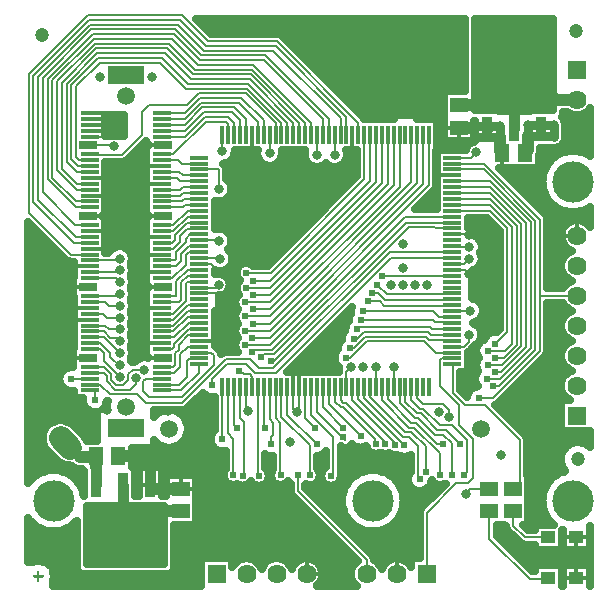
<source format=gbr>
G04 DipTrace 3.2.0.1*
G04 Top.gbr*
%MOIN*%
G04 #@! TF.FileFunction,Copper,L1,Top*
G04 #@! TF.Part,Single*
G04 #@! TA.AperFunction,Conductor*
%ADD13C,0.007*%
%ADD14C,0.037402*%
%ADD15C,0.03937*%
G04 #@! TA.AperFunction,ViaPad*
%ADD16C,0.031496*%
G04 #@! TA.AperFunction,Conductor*
%ADD18C,0.07874*%
G04 #@! TA.AperFunction,ViaPad*
%ADD20C,0.024*%
G04 #@! TA.AperFunction,CopperBalancing*
%ADD24C,0.025*%
%ADD25C,0.012992*%
G04 #@! TA.AperFunction,Nonconductor*
%ADD27C,0.007875*%
%ADD28C,0.04725*%
%ADD29R,0.051181X0.059055*%
%ADD30R,0.059055X0.051181*%
%ADD31R,0.049213X0.043307*%
%ADD33R,0.011811X0.062992*%
%ADD34R,0.062992X0.011811*%
G04 #@! TA.AperFunction,ComponentPad*
%ADD35R,0.06378X0.06378*%
%ADD37C,0.06378*%
%ADD39C,0.059055*%
%ADD45R,0.062992X0.011699*%
%ADD46R,0.0589X0.0275*%
%ADD47R,0.122X0.0629*%
G04 #@! TA.AperFunction,ComponentPad*
%ADD48C,0.137795*%
%ADD50R,0.037402X0.084646*%
%ADD51R,0.127953X0.084646*%
%FSLAX26Y26*%
G04*
G70*
G90*
G75*
G01*
G04 Top*
%LPD*%
X1001969Y1820866D2*
D13*
X1066929D1*
Y1755906D1*
X1393701Y1937008D2*
Y1870466D1*
X1844488Y1505906D2*
X1842520Y1507874D1*
X1001969Y1525591D2*
X1068898D1*
X1070866Y1523622D1*
X2051181Y1956693D2*
D14*
Y2018701D1*
D15*
Y2035433D1*
Y2070866D1*
Y2110236D1*
Y2185039D1*
X1866142Y2035433D2*
X2015748D1*
X2051181D1*
Y2031496D2*
Y2035433D1*
Y2070866D2*
D3*
Y2110236D2*
D3*
X1844488Y1505906D2*
D13*
X1883858D1*
X1901575Y1523622D1*
X1844488Y1507874D2*
Y1505906D1*
X2015748Y2031496D2*
D15*
Y2035433D1*
X2259843Y2053543D2*
X2190551D1*
X2165354Y2078740D1*
Y2161417D1*
X1844488Y1230315D2*
D13*
X1883858D1*
X1900067Y1246524D1*
Y1270146D1*
X1590551Y1094488D2*
Y1161417D1*
X1452756Y1937008D2*
Y1870079D1*
X1844488Y1564961D2*
Y1562992D1*
X1901575D1*
X1844488Y1348425D2*
Y1350394D1*
X1905512D1*
X1649606Y1094488D2*
Y1161417D1*
X1001969Y1584646D2*
X1064961D1*
X1066929Y1582677D1*
X1078740Y1937008D2*
Y1881890D1*
X1236220Y1937008D2*
Y1874016D1*
X748031Y767717D2*
D14*
Y705709D1*
D15*
Y673228D1*
Y653543D1*
Y618110D1*
Y539370D1*
X767717Y692913D2*
D14*
Y653543D1*
X748031Y673228D1*
X767717Y653543D2*
D15*
X748031D1*
X767717Y614173D2*
Y618110D1*
X748031D1*
X1001969Y1427165D2*
D13*
X1057087D1*
X1066929Y1437008D1*
X2141732Y1956693D2*
D16*
Y1968504D1*
X2185039D1*
Y1929134D1*
X940945Y681102D2*
D15*
X779528D1*
D16*
X767717Y692913D1*
X1844488Y1860236D2*
D13*
X1907480D1*
X1925197Y1877953D1*
X2098425Y1968504D2*
D16*
X2185039D1*
X2098425Y1933071D2*
X2185039D1*
Y1929134D1*
X2098425Y1968504D2*
Y1933071D1*
X2086614Y1874016D2*
D15*
X2098425Y1885827D1*
Y1933071D1*
X1177165Y1094488D2*
D13*
Y1129921D1*
X1169291Y1137795D1*
X1149606D1*
X1137795Y1149606D1*
X1133858D1*
X636008Y1969707D2*
X725613D1*
X748031Y1992126D1*
X636008Y1969707D2*
X723206D1*
X748031Y1944882D1*
X636008Y1969707D2*
X686243D1*
X708661Y1992126D1*
X636008Y1969707D2*
X683836D1*
X708661Y1944882D1*
X636008Y2009008D2*
X685039D1*
Y1989407D1*
X636008D1*
X685039D2*
Y1969707D1*
Y1950007D1*
X636008D1*
X685039D2*
Y1930408D1*
X636008D1*
X657480Y767717D2*
D14*
Y829724D1*
D15*
Y866142D1*
X539370Y925197D2*
D18*
X570866Y893701D1*
D16*
X602362Y862205D1*
D15*
X653543D1*
X657480Y866142D1*
X653543Y862205D2*
X637795D1*
D16*
X602362D1*
X570866Y893701D2*
X539370Y925197D1*
X1728346Y1094488D2*
D13*
Y1059055D1*
X1748031Y1039370D1*
X1814961D1*
X1834646Y1019685D1*
Y996063D1*
X1610236Y1094488D2*
Y1051181D1*
X1700787Y960630D1*
X1716535D1*
X1803150Y874016D1*
Y802403D1*
X1804605Y800948D1*
X1001969Y1250000D2*
X1045276D1*
X1059055Y1236220D1*
X1001969Y1407480D2*
X1005906D1*
X799213Y1826772D2*
X804848Y1832407D1*
X876343D1*
X795276Y1661417D2*
X798564Y1664706D1*
X879853D1*
X795276Y1594488D2*
X796996Y1596209D1*
X876343D1*
X795276Y1535433D2*
X796849Y1537007D1*
X876143D1*
X795276Y1480315D2*
X797583Y1478008D1*
X876343D1*
X799213Y1767717D2*
X804703Y1773207D1*
X876042D1*
X799213Y1877953D2*
X795273D1*
X818329Y1901009D1*
X879853D1*
X631997D2*
X716535D1*
Y1897638D1*
X636209Y1792907D2*
X714967D1*
X716535Y1791339D1*
X636209Y1733906D2*
X710976D1*
X716535Y1728346D1*
X631997Y1664706D2*
X713247D1*
X716535Y1661417D1*
X636209Y1556706D2*
X710249D1*
X716535Y1562992D1*
X636209Y1615709D2*
X711063D1*
X716535Y1610236D1*
X635808Y1359508D2*
X581437D1*
X578740Y1362205D1*
X635808Y1320206D2*
X580049D1*
X578740Y1318898D1*
Y1192913D2*
X631291D1*
X631997Y1192207D1*
X578740Y1429134D2*
X631369D1*
X631997Y1428505D1*
X636209Y1497707D2*
X580385D1*
X578740Y1496063D1*
X879853Y1428505D2*
X795276D1*
Y1480315D1*
X875942Y1359608D2*
X795276D1*
Y1428505D1*
X879853Y1192207D2*
X807793D1*
X803150Y1196850D1*
Y1236220D1*
X875942Y1241507D2*
X808436D1*
X803150Y1236220D1*
X791339Y838583D2*
D14*
X838583D1*
Y767717D1*
X1314961Y1094488D2*
D13*
Y1023622D1*
X1326772Y1011811D1*
X1334646Y1094488D2*
Y1019685D1*
X1326772Y1011811D1*
X1157480Y1094488D2*
Y1023622D1*
X1165354Y1015748D1*
X1917323Y1964567D2*
D16*
Y1929134D1*
X1921260D1*
X940945Y755906D2*
D15*
X850394D1*
D14*
X838583Y767717D1*
X732283Y866142D2*
D15*
X766283D1*
D16*
Y863638D1*
X791339Y838583D1*
X1917323Y1964567D2*
X2003937D1*
Y1929134D1*
X2257874Y594488D2*
D13*
X2255906Y592520D1*
Y547244D1*
Y507874D2*
X2257874Y505906D1*
Y460630D1*
X2003937Y1929134D2*
D15*
Y1881890D1*
X2011811Y1874016D1*
X1921260Y1929134D2*
D16*
X2003937D1*
X1866142Y1960630D2*
D15*
X1913386D1*
D16*
X1917323Y1964567D1*
X2003937D2*
X1968504D1*
D14*
X1960630Y1956693D1*
X1844488Y1486220D2*
D13*
X1887795D1*
X1901575Y1472441D1*
X1001969Y1407480D2*
X1080709D1*
X1110236Y1437008D1*
Y1476378D1*
X1511811Y1937008D2*
Y1870079D1*
X1001969Y1505906D2*
X1041339D1*
X1070866Y1476378D1*
X1901575Y1602362D2*
X1899606Y1604331D1*
X1844488D1*
X655219Y1161899D2*
X654412Y1162706D1*
X636008D1*
X1844488Y1663386D2*
X1687008D1*
X1244094Y1220472D1*
X1188976D1*
X1181102Y1212598D1*
X1177165D1*
X818898Y1153543D2*
X779528D1*
X763780Y1137795D1*
Y1118110D1*
X748031Y1102362D1*
X724409D1*
X708661Y1118110D1*
Y1137795D1*
X683751Y1162706D1*
X636008D1*
X1844488Y1643701D2*
X1690945D1*
X1251969Y1204724D1*
X1216535D1*
X1208661Y1196850D1*
X791339Y1125984D2*
Y1106299D1*
X771654Y1086614D1*
X720472D1*
X692913Y1114173D1*
Y1133858D1*
X683764Y1143008D1*
X636008D1*
X1844488Y1624016D2*
X1789370D1*
X1783465Y1629921D1*
X1700787D1*
X1251969Y1181102D1*
X1240157D1*
X574803Y1122047D2*
X576164Y1123408D1*
X636008D1*
X1844488Y1545276D2*
X1635827D1*
X1248031Y1157480D1*
X1200787D1*
X1169291Y1188976D1*
X1090551D1*
X944882Y1043307D1*
X822835D1*
X795276Y1070866D1*
X704724D1*
X671885Y1103706D1*
X635908D1*
X1001969Y1545276D2*
X966535D1*
X956693Y1535433D1*
Y1503937D1*
X910965Y1458209D1*
X876143D1*
X1001969Y1564961D2*
X966535D1*
X940945Y1539370D1*
Y1515745D1*
X922907Y1497707D1*
X876343D1*
X1844488Y1171260D2*
X1846457D1*
Y1074803D1*
X1885827Y1035433D1*
X1952756D1*
X2070866Y917323D1*
Y763780D1*
X2047244D1*
Y755906D1*
X1844488Y1525591D2*
X1639764D1*
X1255906Y1141732D1*
X1188976D1*
X1157480Y1173228D1*
X1094488D1*
X1043307Y1122047D1*
Y1102362D1*
X653543Y1051181D2*
Y1084005D1*
X636008D1*
X1889764Y740157D2*
X1905512Y755906D1*
X1968504D1*
Y681102D2*
Y590551D1*
X2102362Y456693D1*
X2165354D1*
Y460630D1*
X2047244Y681102D2*
Y633858D1*
X2086614Y594488D1*
X2165354D1*
X1844488Y1190945D2*
X1809055D1*
X1803150Y1185039D1*
Y1098425D1*
X1866142Y1035433D1*
Y968504D1*
X1913386Y921260D1*
Y791339D1*
X1897638Y775591D1*
X1858268D1*
X1759843Y677165D1*
Y472441D1*
X1844488Y1742126D2*
X1970472D1*
X2074803Y1637795D1*
Y1232283D1*
X2011811Y1169291D1*
X1964567D1*
X1844488Y1722441D2*
X1970472D1*
X2059055Y1633858D1*
Y1236220D1*
X2015748Y1192913D1*
X1988189D1*
X1844488Y1702756D2*
X1970472D1*
X2043307Y1629921D1*
Y1240157D1*
X2019685Y1216535D1*
X1964567D1*
X1844488Y1683071D2*
X1970472D1*
X2027559Y1625984D1*
Y1279528D1*
X1988189Y1240157D1*
X1844488Y1466535D2*
X1842520Y1464567D1*
X1610236D1*
X1844488Y1407480D2*
Y1405512D1*
X1625984D1*
X1594488Y1437008D1*
X1001969Y1604331D2*
X970472D1*
X956693Y1590551D1*
Y1578740D1*
X925197Y1547244D1*
Y1523626D1*
X919077Y1517507D1*
X876143D1*
X1001969Y1624016D2*
X978345D1*
X976377Y1622047D1*
X960630D1*
X937008Y1598425D1*
Y1578741D1*
X915171Y1556904D1*
X876343D1*
X1331804Y802054D2*
X1330709Y803150D1*
Y748031D1*
X1559055Y519685D1*
Y473228D1*
X1559843Y472441D1*
X1001969Y1643701D2*
X974411D1*
X972442Y1641732D1*
X960630D1*
X921260Y1602362D1*
Y1586610D1*
X911155Y1576505D1*
X876343D1*
X1001969Y1663386D2*
X962598D1*
X915121Y1615908D1*
X876343D1*
X1001969Y1683071D2*
X962598D1*
X915035Y1635508D1*
X876343D1*
X1001969Y1702756D2*
X954720D1*
X946371Y1694407D1*
X876042D1*
X1844488Y1387795D2*
Y1385827D1*
X1622047D1*
X1598425Y1409449D1*
X1578740D1*
X1844488Y1368110D2*
Y1366142D1*
X1618110D1*
X1602362Y1381890D1*
X1562992D1*
X1844488Y1309055D2*
Y1311024D1*
X1787402D1*
X1779528Y1318898D1*
X1539370D1*
X1844488Y1289370D2*
X1777559D1*
X1771654Y1295276D1*
X1535433D1*
X1527559Y1287402D1*
X1844488Y1269685D2*
X1773622D1*
X1763780Y1279528D1*
X1551181D1*
X1527559Y1255906D1*
X1515748D1*
X1844488Y1210630D2*
X1789370D1*
X1751969Y1248031D1*
X1559055D1*
X1503937Y1192913D1*
X1492126D1*
X1748031Y1937008D2*
Y1771654D1*
X1236220Y1259843D1*
X1177165D1*
X736220Y1169291D2*
Y1165354D1*
X704724Y1196850D1*
Y1208660D1*
X671979Y1241406D1*
X635808D1*
X1001969Y1722441D2*
X950786D1*
X942550Y1714205D1*
X876343D1*
X1001969Y1742126D2*
X946854D1*
X938634Y1733906D1*
X876343D1*
X1001969Y1761811D2*
X946848D1*
X938744Y1753707D1*
X876042D1*
X1001969Y1781496D2*
X938975D1*
X927463Y1793008D1*
X876343D1*
X1001969Y1801181D2*
X946854D1*
X935329Y1812706D1*
X876343D1*
X1001969Y1840551D2*
X942912D1*
X931455Y1852008D1*
X876343D1*
X1098425Y1937008D2*
Y1972441D1*
X1090551Y1980315D1*
X1023621D1*
X915010Y1871705D1*
X876343D1*
X875843Y1930408D2*
X954030D1*
X1019685Y1996063D1*
X1098425D1*
X1118110Y1976378D1*
Y1937008D1*
X875843Y1950007D2*
X953944D1*
X1015748Y2011811D1*
X1110236D1*
X1137795Y1984252D1*
Y1937008D1*
X876042Y1969707D2*
X953959D1*
X1011811Y2027559D1*
X1118110D1*
X1157480Y1988189D1*
Y1937008D1*
X876042Y1989407D2*
X953974D1*
X1007874Y2043307D1*
X1133858D1*
X1196850Y1980315D1*
Y1937008D1*
X1001969Y1309055D2*
X966537D1*
X918688Y1261206D1*
X875942D1*
X1001969Y1328740D2*
X962594D1*
X914762Y1280908D1*
X875843D1*
X1001969Y1348425D2*
X962597D1*
X914681Y1300509D1*
X875843D1*
X1001969Y1368110D2*
X962598D1*
X914794Y1320306D1*
X875942D1*
X1767717Y1937008D2*
Y1767717D1*
X1236220Y1236220D1*
X1153543D1*
X736220Y1129921D2*
X685039Y1181102D1*
Y1208661D1*
X671993Y1221707D1*
X635808D1*
X1001969Y1446850D2*
X962598D1*
X956693Y1440945D1*
Y1381891D1*
X914709Y1339907D1*
X875942D1*
X1001969Y1466535D2*
X962598D1*
X940945Y1444882D1*
Y1385828D1*
X934425Y1379308D1*
X875942D1*
X1001969Y1486220D2*
X962598D1*
X925197Y1448819D1*
Y1401577D1*
X922626Y1399007D1*
X875942D1*
X876042Y2009008D2*
X953890D1*
X1003937Y2059055D1*
X1141732D1*
X1216535Y1984252D1*
Y1937008D1*
X1001969Y1171260D2*
Y1143699D1*
X942274Y1084005D1*
X875843D1*
X1001969Y1190945D2*
X970472D1*
X960630Y1181102D1*
Y1129921D1*
X934415Y1103706D1*
X875843D1*
X1001969Y1210630D2*
X1041339D1*
X1051181Y1200787D1*
Y1169291D1*
X944882Y1062992D1*
X834646D1*
X814961Y1082677D1*
Y1114172D1*
X824197Y1123408D1*
X876042D1*
X1001969Y1230315D2*
X962598D1*
X937008Y1204724D1*
Y1161420D1*
X918596Y1143008D1*
X876042D1*
X1001969Y1269685D2*
X994098D1*
X992130Y1267717D1*
X964567D1*
X933071Y1236220D1*
Y1220472D1*
X921260Y1208661D1*
Y1169293D1*
X914673Y1162706D1*
X876042D1*
X1001969Y1289370D2*
X966535D1*
X917323Y1240157D1*
Y1228346D1*
X910684Y1221707D1*
X875843D1*
X1255906Y1937008D2*
Y1976378D1*
X1157480Y2074803D1*
X1000000D1*
X960630Y2035433D1*
X834646D1*
X811024Y2011811D1*
Y1937008D1*
X744094Y1870079D1*
X637835D1*
X636209Y1871705D1*
X1275591Y1937008D2*
Y1976378D1*
X1161417Y2090551D1*
X956693D1*
X870079Y2177165D1*
X669291D1*
X590551Y2098425D1*
Y1862205D1*
X600849Y1851907D1*
X636209D1*
X1295276Y1937008D2*
Y1976378D1*
X1165354Y2106299D1*
X964567D1*
X877953Y2192913D1*
X665354D1*
X574803Y2102362D1*
Y1854329D1*
X596927Y1832206D1*
X636209D1*
X1314961Y1937008D2*
Y1976378D1*
X1169291Y2122047D1*
X972441D1*
X885827Y2208661D1*
X661417D1*
X559055Y2106299D1*
Y1846457D1*
X592806Y1812706D1*
X636209D1*
X1334646Y1937008D2*
Y1976378D1*
X1173228Y2137795D1*
X980315D1*
X893701Y2224409D1*
X657480D1*
X543307Y2110236D1*
Y1822832D1*
X592932Y1773207D1*
X636209D1*
X1354331Y1937008D2*
Y1976378D1*
X1177165Y2153543D1*
X988189D1*
X901575Y2240157D1*
X653543D1*
X527559Y2114173D1*
Y1818898D1*
X592749Y1753707D1*
X636209D1*
X1374016Y1937008D2*
Y1976378D1*
X1181102Y2169291D1*
X996063D1*
X909449Y2255906D1*
X649606D1*
X511811Y2118110D1*
Y1791339D1*
X589143Y1714007D1*
X636209D1*
X1413386Y1937008D2*
Y1988189D1*
X1216535Y2185039D1*
X1003937D1*
X917323Y2271654D1*
X645669D1*
X496063Y2122047D1*
Y1787402D1*
X589058Y1694407D1*
X636209D1*
X1433071Y1937008D2*
Y1988189D1*
X1220472Y2200787D1*
X1007874D1*
X921260Y2287402D1*
X641732D1*
X480315Y2125984D1*
Y1744096D1*
X588903Y1635508D1*
X636209D1*
X1472441Y1937008D2*
Y1992126D1*
X1248031Y2216535D1*
X1015748D1*
X929134Y2303150D1*
X637795D1*
X464567Y2129921D1*
Y1720472D1*
X589030Y1596009D1*
X636209D1*
X1492126Y1937008D2*
Y1996063D1*
X1255906Y2232283D1*
X1023622D1*
X937008Y2318898D1*
X633858D1*
X448819Y2133858D1*
Y1712598D1*
X584921Y1576496D1*
X636220D1*
X1531496Y1937008D2*
Y1976378D1*
X1259843Y2248031D1*
X1031496D1*
X944882Y2334646D1*
X629921D1*
X433071Y2137795D1*
Y1677165D1*
X573230Y1537007D1*
X636209D1*
X1551181Y1937008D2*
Y1787402D1*
X1240157Y1476378D1*
X1157480D1*
X736220Y1523622D2*
X730105Y1517507D1*
X636209D1*
X653965Y1476378D2*
Y1477907D1*
X636209D1*
X1570866Y1937008D2*
Y1783465D1*
X1236220Y1448819D1*
X1181102D1*
X736220Y1484252D2*
X742566Y1477907D1*
X636209D1*
X1590551Y1937008D2*
Y1779528D1*
X1236220Y1425197D1*
X1157480D1*
X736220Y1444882D2*
X722894Y1458209D1*
X636209D1*
X1610236Y1937008D2*
Y1775591D1*
X1236220Y1401575D1*
X1181102D1*
X736220Y1405512D2*
X742726Y1399007D1*
X635808D1*
X1629921Y1937008D2*
Y1771654D1*
X1236220Y1377953D1*
X1153543D1*
X736220Y1366142D2*
X700790D1*
X687724Y1379207D1*
X635808D1*
X1649606Y1937008D2*
Y1767717D1*
X1236220Y1354331D1*
X1181102D1*
X736220Y1326772D2*
X692915D1*
X679780Y1339907D1*
X635808D1*
X1669291Y1937008D2*
Y1763780D1*
X1236220Y1330709D1*
X1153543D1*
X736220Y1287402D2*
X700786D1*
X687678Y1300509D1*
X635808D1*
X1708661Y1937008D2*
Y1779528D1*
X1236220Y1307087D1*
X1181102D1*
X736220Y1248031D2*
X724409Y1259843D1*
X704726D1*
X683660Y1280908D1*
X635808D1*
X1728346Y1937008D2*
Y1775591D1*
X1236220Y1283465D1*
X1153543D1*
X736220Y1208661D2*
X683676Y1261206D1*
X635808D1*
X1078740Y1094488D2*
Y921262D1*
X1098425Y1094488D2*
Y940945D1*
X1115406Y923965D1*
Y801148D1*
X1118110Y1094488D2*
Y968505D1*
X1125986Y960630D1*
X1137795Y1094488D2*
Y992126D1*
X1149606Y980315D1*
Y803150D1*
X1145669Y799213D1*
X1196850Y1094488D2*
Y803150D1*
X1200787Y799213D1*
X1216535Y1094488D2*
Y964567D1*
X1220474Y960629D1*
X1236220Y1094488D2*
Y988189D1*
X1248031Y976378D1*
Y937008D1*
X1240157Y929134D1*
Y905512D1*
X1255906Y1094488D2*
Y992126D1*
X1271654Y976378D1*
Y802400D1*
X1272906Y801148D1*
X1275591Y1094488D2*
Y996063D1*
X1370079Y901575D1*
Y802371D1*
X1371302Y801148D1*
X1295276Y1094488D2*
Y1003937D1*
X1393701Y905512D1*
X1354331Y1094488D2*
Y992126D1*
X1385827Y960630D1*
X1374016Y1094488D2*
Y1003937D1*
X1448819Y929134D1*
Y807087D1*
X1440945Y799213D1*
X1393701Y1094488D2*
Y1011811D1*
X1488189Y917323D1*
Y921260D1*
X1480315Y929134D1*
X1413386Y1094488D2*
Y1027559D1*
X1480315Y960630D1*
X1433071Y1094488D2*
Y1039373D1*
X1539371Y933072D1*
X1452756Y1094488D2*
Y1047244D1*
X1472441Y1027559D1*
X1480315D1*
X1586614Y921260D1*
Y909449D1*
X1590551Y905512D1*
X1472441Y1094488D2*
Y1051181D1*
X1480315Y1043307D1*
X1492126D1*
X1622047Y913386D1*
Y905512D1*
X1511811Y1094488D2*
Y1051181D1*
X1653543Y909449D1*
Y901575D1*
X1531496Y1094488D2*
Y1055118D1*
X1685039Y901575D1*
X1551181Y1094488D2*
Y1059055D1*
X1681102Y929134D1*
X1700787D1*
X1732283Y897638D1*
Y791339D1*
X1736220Y787402D1*
X1570866Y1094488D2*
Y1062992D1*
X1688976Y944882D1*
X1708661D1*
X1755906Y897638D1*
Y811024D1*
X1844488Y1328740D2*
X1801181D1*
X1779528Y1350394D1*
X1547244D1*
X1629921Y1094488D2*
Y1055118D1*
X1708661Y976378D1*
X1724409D1*
X1795276Y905512D1*
X1814962D1*
X1669291Y1094488D2*
Y1043307D1*
X1720472Y992126D1*
X1732283D1*
X1787402Y937008D1*
X1814961D1*
X1842520Y909449D1*
Y802332D1*
X1843904Y800948D1*
X1688976Y1094488D2*
Y1047244D1*
X1728346Y1007874D1*
X1740157D1*
X1795276Y952756D1*
X1822835D1*
X1870035Y905555D1*
X1708661Y1094488D2*
Y1051181D1*
X1736220Y1023622D1*
X1748031D1*
X1803150Y968504D1*
X1842520D1*
X1893701Y917323D1*
Y811024D1*
X1881890Y799213D1*
Y802364D1*
X1883306Y800948D1*
X1844488Y1250000D2*
Y1251969D1*
X1767717D1*
X1755906Y1263780D1*
X1555118D1*
X1515748Y1224409D1*
X1503937D1*
X1492126Y1094488D2*
Y1145669D1*
X1507874Y1161417D1*
X1844488Y1820866D2*
X1950787D1*
X2122047Y1649606D1*
Y1220472D1*
X2000000Y1098425D1*
X1980315D1*
X1844488Y1781496D2*
X1970472D1*
X2106299Y1645669D1*
Y1224409D1*
X2003937Y1122047D1*
X1960630D1*
X1844488Y1761811D2*
X1970472D1*
X2090551Y1641732D1*
Y1228346D1*
X2007874Y1145669D1*
X1988189D1*
X1844488Y1840551D2*
X1950787D1*
X2137795Y1653543D1*
Y1400000D1*
Y1216535D1*
X1979892Y1058633D1*
X1933071D1*
X2259843Y1400000D2*
X2137795D1*
D16*
X1066929Y1755906D3*
X1393701Y1870466D3*
X1070866Y1523622D3*
X1393701Y1870466D3*
X1901575Y1523622D3*
D3*
X1070866D3*
X1900067Y1270146D3*
X1066929Y1755906D3*
X1590551Y1161417D3*
X1900067Y1270146D3*
X1590551Y1161417D3*
X1452756Y1870079D3*
X1901575Y1562992D3*
X1905512Y1350394D3*
X1649606Y1161417D3*
X1066929Y1582677D3*
X1078740Y1881890D3*
X1236220Y1874016D3*
D20*
X1177165Y1212598D3*
D16*
X818898Y1153543D3*
D20*
X1208661Y1196850D3*
D16*
X791339Y1125984D3*
D20*
X1240157Y1181102D3*
X574803Y1122047D3*
X1043307Y1102362D3*
X653543Y1051181D3*
D16*
X1889764Y740157D3*
D20*
X1964567Y1169291D3*
D3*
X1988189Y1192913D3*
X1964567Y1216535D3*
X1988189Y1240157D3*
X1610236Y1464567D3*
X1594488Y1437008D3*
X1331804Y802054D3*
X1578740Y1409449D3*
X1562992Y1381890D3*
X1539370Y1318898D3*
X1527559Y1287402D3*
X1515748Y1255906D3*
X1492126Y1192913D3*
D16*
X736220Y1169291D3*
Y1129921D3*
Y1523622D3*
Y1484252D3*
Y1444882D3*
Y1405512D3*
Y1366142D3*
Y1326772D3*
Y1287402D3*
Y1248031D3*
Y1208661D3*
D20*
X1078740Y921262D3*
X1125986Y960630D3*
X1220474Y960629D3*
X1240157Y905512D3*
X1393701D3*
X1385827Y960630D3*
X1480315D3*
X1539371Y933072D3*
X1685039Y901575D3*
X1736220Y787402D3*
X1547244Y1350394D3*
X1814962Y905512D3*
X1870035Y905555D3*
X1503937Y1224409D3*
D16*
X1507874Y1161417D3*
D20*
X1980315Y1098425D3*
D3*
X1960630Y1122047D3*
D3*
X1988189Y1145669D3*
D3*
X1933071Y1058633D3*
D16*
X767717Y692913D3*
Y653543D3*
Y614173D3*
X811024Y692913D3*
X850394D3*
X811024Y653543D3*
X850394D3*
X811024Y614173D3*
X850394D3*
X897638Y1015748D3*
X503937Y586614D3*
X574803Y452756D3*
X952756Y586614D3*
Y488189D3*
X1925197Y1877953D3*
X1078740Y803150D3*
X724409Y653543D3*
D20*
X1115406Y801148D3*
D16*
X685039Y653543D3*
D20*
X1145669Y799213D3*
D16*
X645669Y653543D3*
D20*
X1200787Y799213D3*
D16*
X645669Y614173D3*
D20*
X1233406Y801148D3*
D16*
X685039Y614173D3*
D20*
X1272906Y801148D3*
D16*
X724409Y614173D3*
X2098425Y1968504D3*
X1303150Y913386D3*
D20*
X1371302Y801148D3*
D16*
X1500000Y803150D3*
D20*
X1410606Y801148D3*
D16*
X1779528Y775591D3*
D20*
X1440945Y799213D3*
D16*
X1035433Y1007874D3*
D20*
X1480315Y929134D3*
D16*
X1326772Y1011811D3*
X1720472Y1437008D3*
X1799213Y1011811D3*
D20*
X1590551Y905512D3*
D16*
X1940945Y2200787D3*
D20*
X1622047Y905512D3*
D16*
X2007874Y1043307D3*
D20*
X1653543Y901575D3*
D16*
X2007874Y870079D3*
X692913Y1019685D3*
X842520Y2129921D3*
D20*
X1755906Y811024D3*
D16*
X669291Y2129921D3*
D20*
X1804605Y800948D3*
D16*
X791339Y838583D3*
D20*
X1843904Y800948D3*
D16*
X838583Y838583D3*
D20*
X1883306Y800948D3*
D16*
X708661Y1992126D3*
Y1944882D3*
X748031Y1992126D3*
Y1944882D3*
X1326772Y1649606D3*
X2051181Y2031496D3*
Y2070866D3*
Y2110236D3*
X1248031Y1822835D3*
X1358268Y1696850D3*
X1066929Y1661417D3*
X1759843Y1437008D3*
X1681102D3*
X1641732D3*
X1059055Y1236220D3*
X1259843Y1661417D3*
X795276Y1535433D3*
Y1594488D3*
Y1661417D3*
X799213Y1826772D3*
X795276Y1480315D3*
X799213Y1767717D3*
Y1877953D3*
X1066929Y1437008D3*
X2098425Y1933071D3*
X1173228Y771654D3*
X1464567Y724409D3*
X1637795Y807087D3*
X1696850Y728346D3*
X1834646Y996063D3*
X1940945Y2161417D3*
X1437008Y1153543D3*
X1165354Y1015748D3*
X2165354Y2200787D3*
Y2161417D3*
X2185039Y1968504D3*
X1901575Y1602362D3*
X716535Y1897638D3*
Y1791339D3*
Y1728346D3*
Y1661417D3*
Y1562992D3*
Y1610236D3*
X578740Y1429134D3*
Y1362205D3*
Y1318898D3*
Y1192913D3*
Y1496063D3*
X803150Y1236220D3*
X2185039Y1929134D3*
X1244094Y1755906D3*
X1917323Y1964567D3*
X1921260Y1929134D3*
X2003937D3*
D20*
X1157480Y1476378D3*
D16*
X602362Y862205D3*
X570866Y893701D3*
X539370Y925197D3*
X1681102Y1570866D3*
X2015748Y2110236D3*
Y2070866D3*
Y2031496D3*
X2086614Y2110236D3*
Y2070866D3*
Y2031496D3*
X724409Y692913D3*
X685039D3*
X645669D3*
X2003937Y1964567D3*
X1303150Y1696850D3*
X2255906Y547244D3*
Y507874D3*
D20*
X1181102Y1448819D3*
X1157480Y1425197D3*
X1181102Y1401575D3*
X1153543Y1377953D3*
X1181102Y1354331D3*
X1153543Y1330709D3*
D16*
X1405512Y1696850D3*
D20*
X1181102Y1307087D3*
X1153543Y1283465D3*
X1177165Y1259843D3*
X1153543Y1236220D3*
D16*
X1177165Y1881890D3*
X1547244Y1161417D3*
X1681102Y1492126D3*
X1901575Y1472441D3*
X1110236Y1476378D3*
X1511811Y1870079D3*
X1070866Y1476378D3*
D20*
X1133858Y1149606D3*
X629191Y675230D2*
D24*
X882629D1*
X629191Y650361D2*
X882629D1*
X629191Y625492D2*
X882629D1*
X629191Y600623D2*
X882629D1*
X629191Y575755D2*
X882629D1*
X629191Y550886D2*
X882629D1*
X629191Y526017D2*
X882629D1*
X626673Y700075D2*
Y504650D1*
X885135Y504626D1*
X885138Y700075D1*
X626676Y700098D1*
X690502Y1978379D2*
X748766D1*
X690502Y1953510D2*
X748766D1*
X688004Y1943364D2*
Y1933762D1*
X719379Y1933774D1*
X751307Y1933760D1*
X751279Y2003235D1*
X688028Y2003248D1*
X687997Y1943358D1*
X636008Y1950007D2*
D25*
X687968D1*
X636008Y1969707D2*
X687968D1*
X636008Y1989407D2*
X687968D1*
X636008Y2009008D2*
X687968D1*
X1924467Y2297277D2*
D24*
X2177905D1*
X1924467Y2272408D2*
X2177905D1*
X1924467Y2247539D2*
X2177905D1*
X1924467Y2222671D2*
X2177905D1*
X1924467Y2197802D2*
X2177905D1*
X1924467Y2172933D2*
X2177905D1*
X1924467Y2148064D2*
X2177905D1*
X1924467Y2123196D2*
X2177905D1*
X1924467Y2098327D2*
X2177905D1*
X1924467Y2073458D2*
X2177905D1*
X1924467Y2048589D2*
X2177905D1*
X1924467Y2023720D2*
X2177905D1*
X1921967Y2019516D2*
X1999831D1*
Y2016466D1*
X2102542Y2016437D1*
X2102532Y2019516D1*
X2180415D1*
X2180413Y2322122D1*
X1921952Y2322146D1*
X1921949Y2019547D1*
X1017103Y2298852D2*
X1886457D1*
X1041971Y2273983D2*
X1886457D1*
X1295206Y2249114D2*
X1886457D1*
X1320074Y2224245D2*
X1886457D1*
X1344941Y2199377D2*
X1886457D1*
X1369809Y2174508D2*
X1886457D1*
X1394677Y2149639D2*
X1886457D1*
X1419544Y2124770D2*
X1886457D1*
X1444412Y2099902D2*
X1886457D1*
X1469280Y2075033D2*
X1813613D1*
X1494148Y2050164D2*
X1813613D1*
X1519015Y2025295D2*
X1813613D1*
X1543883Y2000427D2*
X1647074D1*
X1730876D2*
X1813613D1*
X2215599D2*
X2301530D1*
X1796616Y1975558D2*
X1813613D1*
X2223099D2*
X2301530D1*
X1796616Y1950689D2*
X1813613D1*
X2223781D2*
X2301530D1*
X1796616Y1925820D2*
X1813613D1*
X2223637D2*
X2301530D1*
X811415Y1900951D2*
X827407D1*
X1796616D2*
X1894675D1*
X2210324D2*
X2301530D1*
X786547Y1876083D2*
X821845D1*
X1122208D2*
X1192385D1*
X1280027D2*
X1350204D1*
X1496193D2*
X1524673D1*
X2139920D2*
X2208697D1*
X2286865D2*
X2301530D1*
X761428Y1851214D2*
X821845D1*
X1109003D2*
X1199203D1*
X1273245D2*
X1354582D1*
X1492066D2*
X1524673D1*
X2135219D2*
X2171270D1*
X690701Y1826345D2*
X821845D1*
X1092783D2*
X1524673D1*
X2135219D2*
X2153759D1*
X690701Y1801476D2*
X821845D1*
X1093429D2*
X1524673D1*
X2026310D2*
X2145075D1*
X690701Y1776608D2*
X821558D1*
X1105235D2*
X1503932D1*
X2051178D2*
X2142958D1*
X690701Y1751739D2*
X821558D1*
X1110582D2*
X1479064D1*
X2076046D2*
X2146977D1*
X690701Y1726870D2*
X821845D1*
X1098919D2*
X1454197D1*
X1763315D2*
X1790001D1*
X2100913D2*
X2158029D1*
X690701Y1702001D2*
X821558D1*
X1056468D2*
X1429329D1*
X1738447D2*
X1790001D1*
X2125781D2*
X2179452D1*
X690701Y1677133D2*
X821558D1*
X1056468D2*
X1404461D1*
X2150649D2*
X2301530D1*
X690701Y1652264D2*
X821845D1*
X1056468D2*
X1379593D1*
X1898993D2*
X1964828D1*
X2164285D2*
X2253696D1*
X2265973D2*
X2301530D1*
X690701Y1627395D2*
X821845D1*
X1056468D2*
X1354726D1*
X1898993D2*
X1989696D1*
X2164285D2*
X2212681D1*
X434703Y1602526D2*
X471257D1*
X690701D2*
X821845D1*
X1105737D2*
X1329858D1*
X1916289D2*
X2001072D1*
X2164285D2*
X2205001D1*
X434703Y1577657D2*
X496125D1*
X690701D2*
X821845D1*
X1110510D2*
X1304990D1*
X1942772D2*
X2001072D1*
X2164285D2*
X2209953D1*
X434703Y1552789D2*
X520992D1*
X690701D2*
X704361D1*
X768067D2*
X821630D1*
X1102723D2*
X1280122D1*
X1944171D2*
X2001072D1*
X2164285D2*
X2234642D1*
X434703Y1527920D2*
X545860D1*
X779873D2*
X821630D1*
X1114529D2*
X1255255D1*
X1945212D2*
X2001072D1*
X2164285D2*
X2213004D1*
X434703Y1503051D2*
X581708D1*
X775567D2*
X821630D1*
X1109254D2*
X1136406D1*
X1178546D2*
X1230387D1*
X1939973D2*
X2001072D1*
X2164285D2*
X2205037D1*
X434703Y1478182D2*
X581708D1*
X779658D2*
X821630D1*
X1056468D2*
X1122519D1*
X1911983D2*
X2001072D1*
X2164285D2*
X2209702D1*
X434703Y1453314D2*
X579555D1*
X779227D2*
X821630D1*
X1101790D2*
X1132100D1*
X1911983D2*
X2001072D1*
X2164285D2*
X2233565D1*
X434703Y1428445D2*
X579555D1*
X776679D2*
X827407D1*
X1104661D2*
X1122627D1*
X1911983D2*
X2001072D1*
X2164285D2*
X2213362D1*
X434703Y1403576D2*
X579555D1*
X780052D2*
X821451D1*
X1083453D2*
X1130701D1*
X1911983D2*
X2001072D1*
X434703Y1378707D2*
X581314D1*
X778151D2*
X821451D1*
X1069458D2*
X1118536D1*
X1938179D2*
X2001072D1*
X434703Y1353839D2*
X581314D1*
X778222D2*
X821451D1*
X1069458D2*
X1128225D1*
X1949231D2*
X2001072D1*
X2164285D2*
X2232560D1*
X434703Y1328970D2*
X581314D1*
X780052D2*
X821451D1*
X1056468D2*
X1118608D1*
X1479579D2*
X1498693D1*
X1943418D2*
X2001072D1*
X2164285D2*
X2213685D1*
X434703Y1304101D2*
X581314D1*
X776572D2*
X821343D1*
X1056468D2*
X1125928D1*
X1454711D2*
X1489255D1*
X1926193D2*
X2001072D1*
X2164285D2*
X2205109D1*
X434703Y1279232D2*
X581314D1*
X779263D2*
X821343D1*
X1056468D2*
X1118823D1*
X1429843D2*
X1481361D1*
X1942915D2*
X1979900D1*
X2164285D2*
X2209236D1*
X434703Y1254364D2*
X581314D1*
X779622D2*
X821451D1*
X1056468D2*
X1124062D1*
X1404975D2*
X1473789D1*
X2164285D2*
X2231627D1*
X434703Y1229495D2*
X581314D1*
X775710D2*
X821343D1*
X1058657D2*
X1119254D1*
X1380108D2*
X1462270D1*
X2164285D2*
X2214044D1*
X434703Y1204626D2*
X579555D1*
X779909D2*
X821343D1*
X1355240D2*
X1451900D1*
X1898993D2*
X1924423D1*
X2161127D2*
X2205145D1*
X434703Y1179757D2*
X579555D1*
X1330372D2*
X1452366D1*
X1898993D2*
X1923992D1*
X2137444D2*
X2209020D1*
X434703Y1154888D2*
X550346D1*
X1305505D2*
X1464531D1*
X1898993D2*
X1925284D1*
X2112576D2*
X2230694D1*
X434703Y1130020D2*
X533624D1*
X1872941D2*
X1919435D1*
X2087708D2*
X2214403D1*
X434703Y1105151D2*
X536602D1*
X1872941D2*
X1922413D1*
X2062840D2*
X2205217D1*
X434703Y1080282D2*
X581421D1*
X1877427D2*
X1897546D1*
X2037973D2*
X2208805D1*
X434703Y1055413D2*
X611779D1*
X993420D2*
X1049818D1*
X2013105D2*
X2229833D1*
X434703Y1030545D2*
X617377D1*
X968552D2*
X1052258D1*
X1994086D2*
X2204965D1*
X434703Y1005676D2*
X658931D1*
X942249D2*
X1052258D1*
X2018954D2*
X2204965D1*
X434703Y980807D2*
X514677D1*
X564065D2*
X658931D1*
X961052D2*
X1052258D1*
X2043822D2*
X2204965D1*
X434703Y955938D2*
X485503D1*
X595787D2*
X658931D1*
X965932D2*
X1052258D1*
X2068689D2*
X2204965D1*
X434703Y931070D2*
X477285D1*
X620152D2*
X658931D1*
X960586D2*
X1037976D1*
X2093055D2*
X2301530D1*
X434703Y906201D2*
X480084D1*
X940957D2*
X1039734D1*
X2097361D2*
X2237907D1*
X434703Y881332D2*
X496053D1*
X780878D2*
X1088895D1*
X1475309D2*
X1566335D1*
X2097361D2*
X2211245D1*
X434703Y856463D2*
X520921D1*
X780878D2*
X1088895D1*
X1223366D2*
X1245171D1*
X1396579D2*
X1422331D1*
X1475309D2*
X1705781D1*
X2097361D2*
X2204212D1*
X434703Y831594D2*
X573814D1*
X780878D2*
X1088895D1*
X1223366D2*
X1245171D1*
X1396579D2*
X1422331D1*
X1475309D2*
X1705781D1*
X2097361D2*
X2209092D1*
X434703Y806726D2*
X464977D1*
X566577D2*
X615762D1*
X880277D2*
X1080893D1*
X1475309D2*
X1529159D1*
X1630759D2*
X1699285D1*
X2097361D2*
X2196963D1*
X597043Y781857D2*
X615762D1*
X993456D2*
X1086742D1*
X1230758D2*
X1244238D1*
X1470931D2*
X1498657D1*
X1661224D2*
X1694621D1*
X2099765D2*
X2166498D1*
X993456Y756988D2*
X1304201D1*
X1358183D2*
X1483442D1*
X1676475D2*
X1708508D1*
X1763925D2*
X1803242D1*
X2099765D2*
X2151247D1*
X993456Y732119D2*
X1310229D1*
X1383050D2*
X1476265D1*
X1683652D2*
X1778338D1*
X2099765D2*
X2144106D1*
X993456Y707251D2*
X1335061D1*
X1407918D2*
X1475476D1*
X1684442D2*
X1753471D1*
X2099765D2*
X2143281D1*
X993456Y682382D2*
X1359929D1*
X1432786D2*
X1480894D1*
X1679023D2*
X1733914D1*
X2099765D2*
X2148699D1*
X993456Y657513D2*
X1384796D1*
X1457653D2*
X1493705D1*
X1666212D2*
X1733340D1*
X2099765D2*
X2161546D1*
X434703Y632644D2*
X454427D1*
X577127D2*
X591182D1*
X920647D2*
X1409664D1*
X1482521D2*
X1518609D1*
X1641309D2*
X1733340D1*
X1995019D2*
X2020772D1*
X2084909D2*
X2117731D1*
X434703Y607776D2*
X591182D1*
X920647D2*
X1434532D1*
X1507389D2*
X1733340D1*
X1995019D2*
X2036884D1*
X434703Y582907D2*
X591182D1*
X920647D2*
X1459400D1*
X1532257D2*
X1733340D1*
X2012602D2*
X2061752D1*
X434703Y558038D2*
X591182D1*
X920647D2*
X1484267D1*
X1557160D2*
X1733340D1*
X2037470D2*
X2117731D1*
X434703Y533169D2*
X591182D1*
X920647D2*
X1509135D1*
X1581418D2*
X1733340D1*
X2062338D2*
X2301530D1*
X504498Y508301D2*
X591182D1*
X920647D2*
X1004173D1*
X1199754D2*
X1218366D1*
X1299763D2*
X1318375D1*
X1399736D2*
X1519147D1*
X1600544D2*
X1619156D1*
X2087206D2*
X2301530D1*
X515514Y483432D2*
X593120D1*
X918709D2*
X1004173D1*
X1412762D2*
X1506121D1*
X518923Y458563D2*
X1004173D1*
X1412081D2*
X1506839D1*
X515514Y433694D2*
X1004173D1*
X1396830D2*
X1522089D1*
X2132705Y1864870D2*
Y1823988D1*
X2001298D1*
X2156045Y1669130D1*
X2159180Y1664439D1*
X2161132Y1659146D1*
X2161795Y1653543D1*
Y1423992D1*
X2213260Y1424000D1*
X2217458Y1430794D1*
X2222797Y1437045D1*
X2229049Y1442384D1*
X2236058Y1446680D1*
X2244225Y1449987D1*
X2236058Y1453320D1*
X2229049Y1457616D1*
X2222797Y1462955D1*
X2217458Y1469206D1*
X2213163Y1476216D1*
X2210017Y1483811D1*
X2208098Y1491804D1*
X2207453Y1500000D1*
X2208098Y1508196D1*
X2210017Y1516189D1*
X2213163Y1523784D1*
X2217458Y1530794D1*
X2222797Y1537045D1*
X2229049Y1542384D1*
X2236058Y1546680D1*
X2244225Y1549987D1*
X2238091Y1552339D1*
X2231641Y1555849D1*
X2225745Y1560225D1*
X2220518Y1565384D1*
X2216065Y1571222D1*
X2212471Y1577625D1*
X2209808Y1584469D1*
X2208128Y1591617D1*
X2207464Y1598930D1*
X2207829Y1606264D1*
X2209215Y1613475D1*
X2211597Y1620421D1*
X2214926Y1626966D1*
X2219137Y1632981D1*
X2224148Y1638349D1*
X2229861Y1642963D1*
X2236162Y1646733D1*
X2242929Y1649584D1*
X2250028Y1651462D1*
X2257320Y1652329D1*
X2264661Y1652168D1*
X2271907Y1650982D1*
X2278917Y1648794D1*
X2285552Y1645648D1*
X2291682Y1641605D1*
X2297186Y1636744D1*
X2301957Y1631162D1*
X2304033Y1628140D1*
X2304035Y1694901D1*
X2294267Y1689204D1*
X2286965Y1685838D1*
X2279422Y1683055D1*
X2271684Y1680873D1*
X2263798Y1679304D1*
X2255814Y1678359D1*
X2247780Y1678043D1*
X2239746Y1678359D1*
X2231761Y1679304D1*
X2223875Y1680873D1*
X2216137Y1683055D1*
X2208594Y1685838D1*
X2201292Y1689204D1*
X2194277Y1693133D1*
X2187592Y1697600D1*
X2181278Y1702577D1*
X2175373Y1708035D1*
X2169916Y1713939D1*
X2164938Y1720253D1*
X2160471Y1726938D1*
X2156543Y1733953D1*
X2153176Y1741255D1*
X2150394Y1748798D1*
X2148211Y1756537D1*
X2146643Y1764422D1*
X2145698Y1772407D1*
X2145382Y1780441D1*
X2145698Y1788475D1*
X2146643Y1796459D1*
X2148211Y1804345D1*
X2150394Y1812084D1*
X2153176Y1819627D1*
X2156543Y1826928D1*
X2160471Y1833944D1*
X2164938Y1840629D1*
X2169916Y1846943D1*
X2175373Y1852847D1*
X2181278Y1858305D1*
X2187592Y1863282D1*
X2194277Y1867749D1*
X2201292Y1871678D1*
X2208594Y1875044D1*
X2216137Y1877827D1*
X2223875Y1880009D1*
X2231761Y1881578D1*
X2239746Y1882523D1*
X2247780Y1882839D1*
X2255814Y1882523D1*
X2263798Y1881578D1*
X2271684Y1880009D1*
X2279422Y1877827D1*
X2286965Y1875044D1*
X2294267Y1871678D1*
X2304024Y1865917D1*
X2304035Y2025395D1*
X2299680Y2019519D1*
X2293867Y2013706D1*
X2287216Y2008874D1*
X2279891Y2005141D1*
X2272073Y2002601D1*
X2263953Y2001315D1*
X2255732D1*
X2247612Y2002601D1*
X2239794Y2005141D1*
X2232469Y2008874D1*
X2226260Y2013358D1*
X2213444D1*
X2213350Y2002329D1*
X2212410Y1997602D1*
X2211176Y1994625D1*
X2212603Y1992045D1*
X2215946Y1987444D1*
X2218528Y1982376D1*
X2220286Y1976966D1*
X2221176Y1971348D1*
X2221288Y1929134D1*
X2220841Y1923463D1*
X2219513Y1917933D1*
X2217337Y1912678D1*
X2214365Y1907828D1*
X2210671Y1903503D1*
X2206346Y1899808D1*
X2201496Y1896836D1*
X2196241Y1894660D1*
X2190710Y1893332D1*
X2185039Y1892886D1*
X2171747Y1893870D1*
X2138626D1*
X2138486Y1882674D1*
X2137500Y1876446D1*
X2135551Y1870449D1*
X2134224Y1867572D1*
X1916169Y1983432D2*
Y1914539D1*
X1816114D1*
Y2081524D1*
X1888923D1*
X1888949Y2323701D1*
X989718Y2323720D1*
X1041451Y2272018D1*
X1261726Y2271958D1*
X1267259Y2270857D1*
X1272383Y2268495D1*
X1276818Y2264997D1*
X1549746Y1991965D1*
X1550917Y1990479D1*
X1553647Y1989004D1*
X1649596D1*
X1649571Y2002004D1*
X1728382D1*
Y1988978D1*
X1794122Y1989004D1*
Y1886632D1*
X1792492Y1879762D1*
Y1885003D1*
X1791717Y1881890D1*
X1791643Y1765834D1*
X1790542Y1760300D1*
X1788180Y1755176D1*
X1784687Y1750746D1*
X1721328Y1687387D1*
X1792471Y1687386D1*
X1792528Y1729161D1*
X1792492Y1788216D1*
Y1879762D1*
X1794107Y1886642D1*
X1889989D1*
X1891708Y1891824D1*
X1894290Y1896892D1*
X1897634Y1901494D1*
X1901656Y1905516D1*
X1906257Y1908859D1*
X1911325Y1911442D1*
X1916735Y1913199D1*
X1921429Y1914080D1*
Y1983444D1*
X1916185Y1983437D1*
X626354Y916169D2*
X661448D1*
X661425Y1012468D1*
X656642Y1011803D1*
X650444D1*
X644322Y1012772D1*
X638427Y1014688D1*
X632905Y1017502D1*
X627890Y1021145D1*
X623507Y1025528D1*
X619864Y1030542D1*
X617050Y1036065D1*
X615135Y1041960D1*
X614165Y1048082D1*
Y1054280D1*
X614513Y1057655D1*
X584012D1*
X583912Y1083636D1*
X577902Y1082669D1*
X571704D1*
X565582Y1083639D1*
X559687Y1085554D1*
X554164Y1088368D1*
X549150Y1092011D1*
X544767Y1096394D1*
X541124Y1101409D1*
X538310Y1106931D1*
X536395Y1112826D1*
X535425Y1118948D1*
Y1125146D1*
X536395Y1131268D1*
X538310Y1137163D1*
X541124Y1142686D1*
X544767Y1147700D1*
X549150Y1152083D1*
X554164Y1155727D1*
X559687Y1158540D1*
X565582Y1160456D1*
X571704Y1161425D1*
X577902D1*
X582040Y1160851D1*
X582047Y1226457D1*
X583806D1*
X583848Y1326859D1*
X583812Y1394232D1*
X582047Y1394255D1*
Y1462755D1*
X584208D1*
X584213Y1512989D1*
X571347Y1513080D1*
X565813Y1514181D1*
X560690Y1516543D1*
X556254Y1520041D1*
X432206Y1644089D1*
X432185Y775581D1*
X437916Y782943D1*
X443373Y788847D1*
X449278Y794305D1*
X455592Y799282D1*
X462277Y803749D1*
X469292Y807678D1*
X476594Y811044D1*
X484137Y813827D1*
X491875Y816009D1*
X499761Y817578D1*
X507746Y818523D1*
X515780Y818839D1*
X523814Y818523D1*
X531798Y817578D1*
X539684Y816009D1*
X547422Y813827D1*
X554965Y811044D1*
X562267Y807678D1*
X569282Y803749D1*
X575967Y799282D1*
X582281Y794305D1*
X588186Y788847D1*
X593643Y782943D1*
X598621Y776629D1*
X603088Y769944D1*
X607016Y762928D1*
X610383Y755627D1*
X613165Y748084D1*
X615348Y740345D1*
X616788Y733106D1*
X618280Y741639D1*
X618279Y816124D1*
X611390Y816114D1*
Y822035D1*
X599209Y822143D1*
X592981Y823130D1*
X586984Y825079D1*
X581366Y827941D1*
X576264Y831648D1*
X573838Y833907D1*
X566169Y834015D1*
X556890Y835485D1*
X547955Y838388D1*
X539584Y842653D1*
X531984Y848175D1*
X515540Y864358D1*
X493844Y886314D1*
X488322Y893915D1*
X484057Y902286D1*
X481154Y911220D1*
X479684Y920499D1*
Y929894D1*
X481154Y939173D1*
X484057Y948108D1*
X488322Y956479D1*
X493844Y964079D1*
X500488Y970722D1*
X508088Y976245D1*
X516459Y980510D1*
X525394Y983413D1*
X534673Y984882D1*
X544067D1*
X553346Y983413D1*
X562281Y980510D1*
X570652Y976245D1*
X578253Y970722D1*
X594696Y954540D1*
X616392Y932583D1*
X621914Y924983D1*
X626179Y916612D1*
X626338Y916181D1*
X778374Y893655D2*
Y830542D1*
X787232Y830539D1*
Y733088D1*
X799372Y733099D1*
X799382Y830539D1*
X877784D1*
Y733099D1*
X890902D1*
X890917Y801996D1*
X990973D1*
Y635012D1*
X918164D1*
X918075Y490518D1*
X917135Y485791D1*
X915117Y481415D1*
X912134Y477630D1*
X908349Y474647D1*
X903973Y472629D1*
X899246Y471689D1*
X658793Y471626D1*
X612565Y471689D1*
X607838Y472629D1*
X603462Y474647D1*
X599677Y477630D1*
X596694Y481415D1*
X594676Y485791D1*
X593736Y490518D1*
X593673Y649981D1*
X588186Y644035D1*
X582281Y638577D1*
X575967Y633600D1*
X569282Y629133D1*
X562267Y625204D1*
X554965Y621838D1*
X547422Y619055D1*
X539684Y616873D1*
X531798Y615304D1*
X523814Y614359D1*
X515780Y614043D1*
X507746Y614359D1*
X499761Y615304D1*
X491875Y616873D1*
X484137Y619055D1*
X476594Y621838D1*
X469292Y625204D1*
X462277Y629133D1*
X455592Y633600D1*
X449278Y638577D1*
X443373Y644035D1*
X437916Y649939D1*
X432188Y657376D1*
X432185Y513053D1*
X448141Y513122D1*
X452998Y515134D1*
X459326Y516553D1*
X464567Y516966D1*
X471024Y516361D1*
X476136Y515134D1*
X481177Y513028D1*
X502005D1*
Y502012D1*
X513028Y502004D1*
X513122Y480992D1*
X515134Y476136D1*
X516553Y469808D1*
X516966Y464567D1*
X516361Y458110D1*
X515134Y452998D1*
X513028Y447957D1*
Y432210D1*
X1006643Y432185D1*
X1006666Y524830D1*
X1111445D1*
Y494293D1*
X1114386Y499815D1*
X1119218Y506465D1*
X1125031Y512278D1*
X1131682Y517111D1*
X1139006Y520843D1*
X1146825Y523383D1*
X1154945Y524669D1*
X1163166D1*
X1171285Y523383D1*
X1179104Y520843D1*
X1186429Y517111D1*
X1193080Y512278D1*
X1198893Y506465D1*
X1203725Y499815D1*
X1207457Y492490D1*
X1209042Y488058D1*
X1212375Y496225D1*
X1216671Y503235D1*
X1222010Y509486D1*
X1228261Y514825D1*
X1235271Y519121D1*
X1242866Y522267D1*
X1250860Y524186D1*
X1259055Y524831D1*
X1267251Y524186D1*
X1275244Y522267D1*
X1282840Y519121D1*
X1289849Y514825D1*
X1296100Y509486D1*
X1301439Y503235D1*
X1305735Y496225D1*
X1309042Y488058D1*
X1311555Y494541D1*
X1315111Y500965D1*
X1319531Y506829D1*
X1324728Y512018D1*
X1330598Y516428D1*
X1337028Y519975D1*
X1343890Y522588D1*
X1351051Y524216D1*
X1358368Y524826D1*
X1365700Y524408D1*
X1372900Y522968D1*
X1379829Y520536D1*
X1386349Y517159D1*
X1392333Y512904D1*
X1397664Y507853D1*
X1402236Y502107D1*
X1405960Y495778D1*
X1408762Y488991D1*
X1410588Y481879D1*
X1411401Y474581D1*
X1411155Y466939D1*
X1409874Y459709D1*
X1407595Y452729D1*
X1404362Y446135D1*
X1400239Y440059D1*
X1395307Y434619D1*
X1392583Y432185D1*
X1526317D1*
X1520005Y438417D1*
X1515173Y445067D1*
X1511441Y452392D1*
X1508900Y460211D1*
X1507614Y468330D1*
Y476551D1*
X1508900Y484671D1*
X1511441Y492490D1*
X1515173Y499815D1*
X1520005Y506465D1*
X1525818Y512278D1*
X1529596Y515191D1*
X1312459Y732445D1*
X1309324Y737136D1*
X1307372Y742429D1*
X1306709Y748039D1*
Y771536D1*
X1301768Y776401D1*
X1298401Y781002D1*
X1294013Y776435D1*
X1289887Y773437D1*
X1285343Y771122D1*
X1280492Y769546D1*
X1275455Y768748D1*
X1270356D1*
X1265319Y769546D1*
X1260468Y771122D1*
X1255924Y773437D1*
X1251798Y776435D1*
X1248192Y780041D1*
X1245195Y784167D1*
X1242879Y788711D1*
X1241303Y793561D1*
X1240506Y798598D1*
Y803698D1*
X1241303Y808735D1*
X1242879Y813586D1*
X1245195Y818129D1*
X1247655Y821574D1*
X1247653Y866741D1*
X1243257Y866134D1*
X1237058D1*
X1230936Y867103D1*
X1225041Y869019D1*
X1220840Y871093D1*
X1220851Y824747D1*
X1223768Y822194D1*
X1227080Y818316D1*
X1229745Y813967D1*
X1231697Y809256D1*
X1232887Y804297D1*
X1233287Y799213D1*
X1232887Y794128D1*
X1231697Y789170D1*
X1229745Y784458D1*
X1227080Y780110D1*
X1223768Y776232D1*
X1219890Y772920D1*
X1215542Y770255D1*
X1210830Y768303D1*
X1205872Y767113D1*
X1200787Y766713D1*
X1195703Y767113D1*
X1190744Y768303D1*
X1186033Y770255D1*
X1181684Y772920D1*
X1177806Y776232D1*
X1174494Y780110D1*
X1173237Y781991D1*
X1170382Y778106D1*
X1166776Y774499D1*
X1162650Y771502D1*
X1158107Y769187D1*
X1153256Y767611D1*
X1148219Y766813D1*
X1143119D1*
X1138082Y767611D1*
X1133232Y769187D1*
X1128697Y771497D1*
X1122992Y769546D1*
X1117955Y768748D1*
X1112856D1*
X1107819Y769546D1*
X1102968Y771122D1*
X1098424Y773437D1*
X1094298Y776435D1*
X1090692Y780041D1*
X1087695Y784167D1*
X1085379Y788711D1*
X1083803Y793561D1*
X1083006Y798598D1*
Y803698D1*
X1083803Y808735D1*
X1085379Y813586D1*
X1087695Y818129D1*
X1091403Y823024D1*
X1091405Y883861D1*
X1084919Y882249D1*
X1078740Y881762D1*
X1072561Y882249D1*
X1066534Y883696D1*
X1060808Y886068D1*
X1055523Y889306D1*
X1050809Y893332D1*
X1046784Y898045D1*
X1043545Y903330D1*
X1041173Y909056D1*
X1039726Y915083D1*
X1039240Y921262D1*
X1039726Y927442D1*
X1041173Y933469D1*
X1043545Y939195D1*
X1046784Y944480D1*
X1050809Y949193D1*
X1054733Y952596D1*
X1054740Y1042515D1*
X1052335Y1042492D1*
Y1063915D1*
X1046406Y1062984D1*
X1040208D1*
X1034086Y1063954D1*
X1028191Y1065869D1*
X1022668Y1068683D1*
X1017654Y1072326D1*
X1012814Y1077289D1*
X960469Y1025057D1*
X955778Y1021923D1*
X950485Y1019970D1*
X944882Y1019307D1*
X905353Y1019274D1*
X915122Y1017727D1*
X924528Y1014671D1*
X933340Y1010181D1*
X941341Y1004367D1*
X948335Y997374D1*
X954148Y989373D1*
X958638Y980561D1*
X961694Y971154D1*
X963241Y961386D1*
Y951496D1*
X961694Y941727D1*
X958638Y932321D1*
X954148Y923509D1*
X948335Y915508D1*
X941341Y908514D1*
X933340Y902701D1*
X924528Y898211D1*
X915122Y895155D1*
X905353Y893608D1*
X895463D1*
X885695Y895155D1*
X876289Y898211D1*
X867476Y902701D1*
X859475Y908514D1*
X852482Y915508D1*
X850435Y918104D1*
X850425Y893656D1*
X778406D1*
X2129435Y502783D2*
X2210461D1*
Y432199D1*
X2212782Y432185D1*
X2212768Y502783D1*
X2302980D1*
Y432185D1*
X2304035Y438058D1*
Y630863D1*
X2302981Y629292D1*
Y552334D1*
X2212768D1*
Y620220D1*
X2210461Y618269D1*
Y552334D1*
X2120248D1*
Y570456D1*
X2084731Y570562D1*
X2079198Y571663D1*
X2074074Y574025D1*
X2069639Y577523D1*
X2028994Y618272D1*
X2025860Y622962D1*
X2023907Y628256D1*
X2023244Y633866D1*
X2018532Y635011D1*
X1992516D1*
X1992504Y600471D1*
X2112319Y480677D1*
X2120248Y482781D1*
Y502783D1*
X2129435D1*
Y636642D2*
X2183584D1*
X2175373Y644035D1*
X2169916Y649939D1*
X2164938Y656253D1*
X2160471Y662938D1*
X2156543Y669953D1*
X2153176Y677255D1*
X2150394Y684798D1*
X2148211Y692537D1*
X2146643Y700422D1*
X2145698Y708407D1*
X2145382Y716441D1*
X2145698Y724475D1*
X2146643Y732459D1*
X2148211Y740345D1*
X2150394Y748084D1*
X2153176Y755627D1*
X2156543Y762928D1*
X2160471Y769944D1*
X2164938Y776629D1*
X2169916Y782943D1*
X2175373Y788847D1*
X2181278Y794305D1*
X2187592Y799282D1*
X2194277Y803749D1*
X2201292Y807678D1*
X2208594Y811044D1*
X2216137Y813827D1*
X2222024Y815711D1*
X2217565Y820754D1*
X2214147Y826553D1*
X2210361Y834210D1*
X2208737Y839210D1*
X2206758Y851702D1*
Y856959D1*
X2208737Y869452D1*
X2210361Y874451D1*
X2216103Y885721D1*
X2219193Y889974D1*
X2228137Y898917D1*
X2232389Y902007D1*
X2243659Y907749D1*
X2248659Y909374D1*
X2261151Y911352D1*
X2266408D1*
X2278900Y909374D1*
X2283900Y907749D1*
X2295170Y902007D1*
X2299422Y898917D1*
X2304037Y894449D1*
X2304035Y947577D1*
X2207453Y947610D1*
Y1052389D1*
X2237990D1*
X2232469Y1055330D1*
X2225818Y1060163D1*
X2220005Y1065976D1*
X2215173Y1072626D1*
X2211441Y1079951D1*
X2208900Y1087770D1*
X2207614Y1095890D1*
Y1104110D1*
X2208900Y1112230D1*
X2211441Y1120049D1*
X2215173Y1127374D1*
X2220005Y1134024D1*
X2225818Y1139837D1*
X2232469Y1144670D1*
X2239794Y1148402D1*
X2244225Y1149987D1*
X2236058Y1153320D1*
X2229049Y1157616D1*
X2222797Y1162955D1*
X2217458Y1169206D1*
X2213163Y1176216D1*
X2210017Y1183811D1*
X2208098Y1191804D1*
X2207453Y1200000D1*
X2208098Y1208196D1*
X2210017Y1216189D1*
X2213163Y1223784D1*
X2217458Y1230794D1*
X2222797Y1237045D1*
X2229049Y1242384D1*
X2236058Y1246680D1*
X2244225Y1249987D1*
X2236058Y1253320D1*
X2229049Y1257616D1*
X2222797Y1262955D1*
X2217458Y1269206D1*
X2213163Y1276216D1*
X2210017Y1283811D1*
X2208098Y1291804D1*
X2207453Y1300000D1*
X2208098Y1308196D1*
X2210017Y1316189D1*
X2213163Y1323784D1*
X2217458Y1330794D1*
X2222797Y1337045D1*
X2229049Y1342384D1*
X2236058Y1346680D1*
X2244225Y1349987D1*
X2236058Y1353320D1*
X2229049Y1357616D1*
X2222797Y1362955D1*
X2217458Y1369206D1*
X2213281Y1376005D1*
X2161771Y1376000D1*
X2161721Y1214652D1*
X2160621Y1209119D1*
X2158259Y1203995D1*
X2154766Y1199565D1*
X1995479Y1040383D1*
X1990788Y1037248D1*
X1987302Y1035805D1*
X1989214Y1032916D1*
X2089116Y932910D1*
X2092250Y928219D1*
X2094203Y922926D1*
X2094866Y917323D1*
Y802027D1*
X2097272Y801996D1*
Y635012D1*
X2080011D1*
X2096566Y618477D1*
X2120238Y618488D1*
X2120248Y636642D1*
X2129435D1*
X1294579Y1146484D2*
X1380736Y1146448D1*
X1439791Y1146484D1*
X1468156D1*
X1467643Y1151759D1*
X1466628Y1158171D1*
X1466473Y1162877D1*
X1462090Y1167260D1*
X1458447Y1172275D1*
X1455633Y1177797D1*
X1453717Y1183692D1*
X1452748Y1189814D1*
Y1196013D1*
X1453717Y1202134D1*
X1455633Y1208029D1*
X1458447Y1213552D1*
X1462090Y1218567D1*
X1464559Y1221310D1*
Y1227509D1*
X1465528Y1233631D1*
X1467444Y1239525D1*
X1470258Y1245048D1*
X1473901Y1250063D1*
X1476370Y1252806D1*
Y1259005D1*
X1477339Y1265127D1*
X1479255Y1271022D1*
X1482069Y1276544D1*
X1485712Y1281559D1*
X1488181Y1284302D1*
Y1290501D1*
X1489150Y1296623D1*
X1491066Y1302518D1*
X1493880Y1308040D1*
X1497523Y1313055D1*
X1499992Y1315799D1*
Y1321997D1*
X1500961Y1328119D1*
X1502877Y1334014D1*
X1505691Y1339536D1*
X1508381Y1343343D1*
X1507744Y1350394D1*
X1508230Y1356573D1*
X1509273Y1361166D1*
X1294623Y1146508D1*
X1896484Y1164544D2*
Y1144854D1*
X1870468D1*
X1870457Y1084743D1*
X1893693Y1061732D1*
X1894662Y1067854D1*
X1896578Y1073749D1*
X1899392Y1079271D1*
X1903035Y1084286D1*
X1907418Y1088669D1*
X1912432Y1092312D1*
X1917955Y1095126D1*
X1923850Y1097041D1*
X1929334Y1097935D1*
X1925435Y1104115D1*
X1923063Y1109841D1*
X1921616Y1115868D1*
X1921130Y1122047D1*
X1921616Y1128226D1*
X1923063Y1134253D1*
X1925435Y1139980D1*
X1928674Y1145265D1*
X1931128Y1148279D1*
X1928074Y1154175D1*
X1926158Y1160070D1*
X1925189Y1166192D1*
Y1172390D1*
X1926158Y1178512D1*
X1928074Y1184407D1*
X1930888Y1189930D1*
X1932918Y1192899D1*
X1929372Y1198603D1*
X1927000Y1204329D1*
X1925553Y1210356D1*
X1925067Y1216535D1*
X1925553Y1222715D1*
X1927000Y1228742D1*
X1929372Y1234468D1*
X1932611Y1239753D1*
X1936636Y1244466D1*
X1941349Y1248492D1*
X1946634Y1251730D1*
X1951054Y1253620D1*
X1952994Y1258090D1*
X1956233Y1263375D1*
X1960258Y1268088D1*
X1964971Y1272114D1*
X1970256Y1275352D1*
X1975983Y1277724D1*
X1982010Y1279171D1*
X1988189Y1279657D1*
X1993370Y1279289D1*
X2003570Y1289480D1*
X2003559Y1616014D1*
X1960526Y1659076D1*
X1896515Y1659071D1*
X1896484Y1624040D1*
X1909484Y1624051D1*
Y1603633D1*
X1914360Y1602341D1*
X1920358Y1599857D1*
X1925894Y1596464D1*
X1930831Y1592248D1*
X1935047Y1587311D1*
X1938439Y1581776D1*
X1940924Y1575777D1*
X1942439Y1569464D1*
X1942949Y1562992D1*
X1942439Y1556520D1*
X1940924Y1550207D1*
X1938439Y1544209D1*
X1937949Y1543334D1*
X1940924Y1536407D1*
X1942439Y1530094D1*
X1942949Y1523622D1*
X1942439Y1517150D1*
X1940924Y1510837D1*
X1938439Y1504839D1*
X1935047Y1499303D1*
X1930831Y1494366D1*
X1925894Y1490150D1*
X1920358Y1486758D1*
X1914360Y1484273D1*
X1909478Y1483042D1*
X1909485Y1391563D1*
X1915170Y1390625D1*
X1921345Y1388618D1*
X1927130Y1385671D1*
X1932382Y1381855D1*
X1936973Y1377264D1*
X1940789Y1372012D1*
X1943736Y1366227D1*
X1945743Y1360052D1*
X1946758Y1353640D1*
Y1347148D1*
X1945743Y1340735D1*
X1943736Y1334561D1*
X1940789Y1328776D1*
X1936973Y1323523D1*
X1932382Y1318933D1*
X1927130Y1315117D1*
X1921345Y1312169D1*
X1915170Y1310163D1*
X1912445Y1309621D1*
X1918850Y1307010D1*
X1924386Y1303618D1*
X1929323Y1299402D1*
X1933539Y1294465D1*
X1936931Y1288929D1*
X1939416Y1282931D1*
X1940932Y1276618D1*
X1941441Y1270146D1*
X1940932Y1263673D1*
X1939416Y1257360D1*
X1936931Y1251362D1*
X1933539Y1245827D1*
X1929323Y1240890D1*
X1924386Y1236673D1*
X1920744Y1234341D1*
X1918317Y1230937D1*
X1899445Y1212065D1*
X1897959Y1210894D1*
X1896449Y1203909D1*
X1896448Y1164539D1*
X1527186Y1885012D2*
X1491347D1*
X1492987Y1879737D1*
X1494002Y1873325D1*
Y1866833D1*
X1492987Y1860420D1*
X1490981Y1854246D1*
X1488033Y1848461D1*
X1484217Y1843208D1*
X1479626Y1838618D1*
X1474374Y1834802D1*
X1468589Y1831854D1*
X1462414Y1829848D1*
X1456002Y1828832D1*
X1449510D1*
X1443097Y1829848D1*
X1436923Y1831854D1*
X1431138Y1834802D1*
X1425886Y1838618D1*
X1422957Y1841210D1*
X1418020Y1836994D1*
X1412484Y1833601D1*
X1406486Y1831117D1*
X1400173Y1829601D1*
X1393701Y1829092D1*
X1387228Y1829601D1*
X1380916Y1831117D1*
X1374917Y1833601D1*
X1369382Y1836994D1*
X1364445Y1841210D1*
X1360229Y1846147D1*
X1356836Y1851682D1*
X1354352Y1857681D1*
X1352836Y1863994D1*
X1352327Y1870466D1*
X1352836Y1876938D1*
X1354352Y1883251D1*
X1354997Y1885001D1*
X1276103Y1885012D1*
X1277085Y1880488D1*
X1277594Y1874016D1*
X1277085Y1867543D1*
X1275569Y1861230D1*
X1273085Y1855232D1*
X1269693Y1849697D1*
X1265476Y1844760D1*
X1260540Y1840543D1*
X1255004Y1837151D1*
X1249006Y1834667D1*
X1242693Y1833151D1*
X1236220Y1832642D1*
X1229748Y1833151D1*
X1223435Y1834667D1*
X1217437Y1837151D1*
X1211901Y1840543D1*
X1206965Y1844760D1*
X1202748Y1849697D1*
X1199356Y1855232D1*
X1196871Y1861230D1*
X1195356Y1867543D1*
X1194846Y1874016D1*
X1195356Y1880488D1*
X1196222Y1885012D1*
X1119987D1*
Y1878644D1*
X1118971Y1872231D1*
X1116965Y1866057D1*
X1114017Y1860272D1*
X1110201Y1855019D1*
X1105610Y1850429D1*
X1100358Y1846613D1*
X1094573Y1843665D1*
X1088399Y1841659D1*
X1081986Y1840643D1*
X1080604Y1840589D1*
X1083900Y1837837D1*
X1087393Y1833406D1*
X1089755Y1828283D1*
X1090855Y1822749D1*
X1090929Y1789611D1*
X1096185Y1785161D1*
X1100401Y1780225D1*
X1103794Y1774689D1*
X1106278Y1768691D1*
X1107794Y1762378D1*
X1108303Y1755906D1*
X1107794Y1749433D1*
X1106278Y1743120D1*
X1103794Y1737122D1*
X1100401Y1731586D1*
X1096185Y1726650D1*
X1091248Y1722433D1*
X1085713Y1719041D1*
X1079714Y1716556D1*
X1073401Y1715041D1*
X1066929Y1714531D1*
X1060457Y1715041D1*
X1053965Y1716622D1*
X1054144Y1622026D1*
X1060457Y1623542D1*
X1066929Y1624051D1*
X1073401Y1623542D1*
X1079714Y1622026D1*
X1085713Y1619542D1*
X1091248Y1616149D1*
X1096185Y1611933D1*
X1100401Y1606996D1*
X1103794Y1601461D1*
X1106278Y1595462D1*
X1107794Y1589149D1*
X1108303Y1582677D1*
X1107794Y1576205D1*
X1106278Y1569892D1*
X1103794Y1563894D1*
X1100401Y1558358D1*
X1097727Y1555089D1*
X1102327Y1550492D1*
X1106143Y1545240D1*
X1109091Y1539455D1*
X1111097Y1533281D1*
X1112113Y1526868D1*
Y1520376D1*
X1111097Y1513963D1*
X1109091Y1507789D1*
X1106143Y1502004D1*
X1102327Y1496752D1*
X1097736Y1492161D1*
X1092484Y1488345D1*
X1086699Y1485397D1*
X1080525Y1483391D1*
X1074112Y1482376D1*
X1067620D1*
X1061208Y1483391D1*
X1055033Y1485397D1*
X1053961Y1485892D1*
X1053965Y1470851D1*
X1058467Y1472254D1*
X1064085Y1473144D1*
X1069773D1*
X1075391Y1472254D1*
X1080801Y1470497D1*
X1085869Y1467914D1*
X1090470Y1464571D1*
X1094492Y1460549D1*
X1097836Y1455947D1*
X1100418Y1450879D1*
X1102176Y1445470D1*
X1103065Y1439852D1*
Y1434164D1*
X1102176Y1428546D1*
X1100418Y1423136D1*
X1097836Y1418068D1*
X1094492Y1413467D1*
X1090470Y1409445D1*
X1085869Y1406101D1*
X1080801Y1403519D1*
X1075391Y1401761D1*
X1069773Y1400872D1*
X1066962Y1400761D1*
X1066965Y1348389D1*
X1053939D1*
X1053965Y1231043D1*
X1058309Y1227601D1*
X1069431Y1216374D1*
X1072565Y1211683D1*
X1074009Y1208197D1*
X1074964Y1207226D1*
X1079655Y1210361D1*
X1084948Y1212313D1*
X1090559Y1212976D1*
X1130849D1*
X1127250Y1217117D1*
X1124586Y1221466D1*
X1122634Y1226177D1*
X1121443Y1231136D1*
X1121043Y1236220D1*
X1121443Y1241305D1*
X1122634Y1246264D1*
X1124586Y1250975D1*
X1127250Y1255323D1*
X1131243Y1259831D1*
X1127250Y1264362D1*
X1124586Y1268710D1*
X1122634Y1273422D1*
X1121443Y1278380D1*
X1121043Y1283465D1*
X1121443Y1288549D1*
X1122634Y1293508D1*
X1124586Y1298219D1*
X1127250Y1302568D1*
X1131243Y1307075D1*
X1127250Y1311606D1*
X1124586Y1315954D1*
X1122634Y1320666D1*
X1121443Y1325625D1*
X1121043Y1330709D1*
X1121443Y1335793D1*
X1122634Y1340752D1*
X1124586Y1345463D1*
X1127250Y1349812D1*
X1131243Y1354319D1*
X1127250Y1358850D1*
X1124586Y1363198D1*
X1122634Y1367910D1*
X1121443Y1372869D1*
X1121043Y1377953D1*
X1121443Y1383037D1*
X1122634Y1387996D1*
X1124586Y1392707D1*
X1127250Y1397056D1*
X1130562Y1400934D1*
X1133368Y1403400D1*
X1129770Y1408216D1*
X1127454Y1412760D1*
X1125878Y1417610D1*
X1125081Y1422647D1*
Y1427747D1*
X1125878Y1432784D1*
X1127454Y1437634D1*
X1129770Y1442178D1*
X1132767Y1446304D1*
X1137461Y1450768D1*
X1132767Y1455271D1*
X1129770Y1459397D1*
X1127454Y1463941D1*
X1125878Y1468791D1*
X1125081Y1473828D1*
Y1478928D1*
X1125878Y1483965D1*
X1127454Y1488815D1*
X1129770Y1493359D1*
X1132767Y1497485D1*
X1136373Y1501091D1*
X1140499Y1504089D1*
X1145043Y1506404D1*
X1149893Y1507980D1*
X1154930Y1508778D1*
X1160030D1*
X1165067Y1507980D1*
X1169918Y1506404D1*
X1174462Y1504089D1*
X1179356Y1500381D1*
X1230218Y1500378D1*
X1527192Y1797354D1*
X1527181Y1885042D1*
X850435Y994778D2*
X855841Y1001008D1*
X863361Y1007431D1*
X871794Y1012599D1*
X880932Y1016384D1*
X890548Y1018693D1*
X896294Y1019307D1*
X850399D1*
X850425Y994813D1*
X693035Y1023560D2*
X693072Y1032504D1*
X694619Y1042273D1*
X696438Y1048323D1*
X693822Y1049486D1*
X692922Y1048082D1*
X691952Y1041960D1*
X690037Y1036065D1*
X687223Y1030542D1*
X683579Y1025528D1*
X681762Y1023562D1*
X693039Y1023556D1*
X829911Y1195357D2*
X823847D1*
X823846Y1326859D1*
X823946Y1346655D1*
Y1425356D1*
X829903Y1425489D1*
Y1431855D1*
X824147Y1431859D1*
X824347Y1491152D1*
X824147Y1500343D1*
Y1563356D1*
X824347Y1567300D1*
Y1661857D1*
X829909D1*
X829903Y1668055D1*
X824046Y1668057D1*
Y1720756D1*
X824369D1*
X824347Y1727363D1*
X824046Y1727358D1*
Y1799557D1*
X824340D1*
X824383Y1878357D1*
X824347Y1898054D1*
X829909D1*
X829903Y1904057D1*
X823847Y1904058D1*
Y1915864D1*
X759681Y1851829D1*
X754990Y1848695D1*
X749697Y1846742D1*
X744094Y1846079D1*
X688223D1*
X688169Y1805856D1*
Y1687657D1*
X688205Y1668057D1*
X681925D1*
X681948Y1661859D1*
X688205Y1661857D1*
Y1541524D1*
X698898Y1541507D1*
X702748Y1547941D1*
X706965Y1552878D1*
X711901Y1557094D1*
X717437Y1560487D1*
X723435Y1562971D1*
X729748Y1564487D1*
X736220Y1564996D1*
X742693Y1564487D1*
X749006Y1562971D1*
X755004Y1560487D1*
X760540Y1557094D1*
X765476Y1552878D1*
X769693Y1547941D1*
X773085Y1542405D1*
X775569Y1536407D1*
X777085Y1530094D1*
X777594Y1523622D1*
X777085Y1517150D1*
X775569Y1510837D1*
X773085Y1504839D1*
X772595Y1503964D1*
X775569Y1497037D1*
X777085Y1490724D1*
X777594Y1484252D1*
X777085Y1477780D1*
X775569Y1471467D1*
X773085Y1465469D1*
X772595Y1464594D1*
X775569Y1457667D1*
X777085Y1451354D1*
X777594Y1444882D1*
X777085Y1438410D1*
X775569Y1432097D1*
X773085Y1426098D1*
X772595Y1425224D1*
X775569Y1418297D1*
X777085Y1411984D1*
X777594Y1405512D1*
X777085Y1399039D1*
X775569Y1392727D1*
X773085Y1386728D1*
X772595Y1385854D1*
X775569Y1378927D1*
X777085Y1372614D1*
X777594Y1366142D1*
X777085Y1359669D1*
X775569Y1353356D1*
X773085Y1347358D1*
X772595Y1346484D1*
X775569Y1339557D1*
X777085Y1333244D1*
X777594Y1326772D1*
X777085Y1320299D1*
X775569Y1313986D1*
X773085Y1307988D1*
X772595Y1307114D1*
X775569Y1300187D1*
X777085Y1293874D1*
X777594Y1287402D1*
X777085Y1280929D1*
X775569Y1274616D1*
X773085Y1268618D1*
X772595Y1267743D1*
X775569Y1260817D1*
X777085Y1254504D1*
X777594Y1248031D1*
X777085Y1241559D1*
X775569Y1235246D1*
X773085Y1229248D1*
X772595Y1228373D1*
X775569Y1221447D1*
X777085Y1215134D1*
X777594Y1208661D1*
X777085Y1202189D1*
X775569Y1195876D1*
X773085Y1189878D1*
X772595Y1189003D1*
X775569Y1182077D1*
X776761Y1177394D1*
X785425Y1177862D1*
X789642Y1182799D1*
X794579Y1187016D1*
X800114Y1190408D1*
X806112Y1192892D1*
X812425Y1194408D1*
X818898Y1194917D1*
X825370Y1194408D1*
X829912Y1193392D1*
X829903Y1195356D1*
X1716639Y524830D2*
X1735837D1*
X1735916Y679048D1*
X1737017Y684582D1*
X1739379Y689705D1*
X1742877Y694141D1*
X1822673Y773937D1*
X1817042Y770921D1*
X1812192Y769345D1*
X1807155Y768548D1*
X1802055D1*
X1797018Y769345D1*
X1792168Y770921D1*
X1787624Y773237D1*
X1783498Y776234D1*
X1779892Y779840D1*
X1776894Y783966D1*
X1776032Y785506D1*
X1774629Y778180D1*
X1772714Y772286D1*
X1769900Y766763D1*
X1766257Y761748D1*
X1761874Y757366D1*
X1756859Y753722D1*
X1751336Y750908D1*
X1745442Y748993D1*
X1739320Y748023D1*
X1733121D1*
X1726999Y748993D1*
X1721104Y750908D1*
X1715582Y753722D1*
X1710567Y757366D1*
X1706184Y761748D1*
X1702541Y766763D1*
X1699727Y772286D1*
X1697812Y778180D1*
X1696842Y784302D1*
Y790501D1*
X1697812Y796623D1*
X1699727Y802518D1*
X1702541Y808040D1*
X1706184Y813055D1*
X1708282Y815323D1*
X1708257Y869619D1*
X1702972Y866380D1*
X1697246Y864008D1*
X1691219Y862561D1*
X1685039Y862075D1*
X1678860Y862561D1*
X1672833Y864008D1*
X1667107Y866380D1*
X1661318Y870016D1*
X1656093Y869175D1*
X1650993D1*
X1645956Y869973D1*
X1641106Y871549D1*
X1636562Y873864D1*
X1634292Y875399D1*
X1629634Y873910D1*
X1624597Y873112D1*
X1619497D1*
X1614460Y873910D1*
X1609610Y875486D1*
X1606327Y877095D1*
X1600594Y874602D1*
X1595635Y873412D1*
X1590551Y873012D1*
X1585467Y873412D1*
X1580508Y874602D1*
X1575796Y876554D1*
X1571448Y879219D1*
X1567570Y882531D1*
X1564258Y886409D1*
X1561593Y890757D1*
X1559642Y895469D1*
X1558799Y898678D1*
X1554487Y896579D1*
X1548592Y894664D1*
X1542471Y893694D1*
X1536272D1*
X1530150Y894664D1*
X1524255Y896579D1*
X1518733Y899393D1*
X1513718Y903036D1*
X1509804Y906912D1*
X1507605Y903216D1*
X1503776Y899073D1*
X1499085Y895939D1*
X1493792Y893986D1*
X1488189Y893323D1*
X1482586Y893986D1*
X1477293Y895939D1*
X1475231Y897034D1*
X1472816Y897514D1*
X1473045Y804297D1*
X1473445Y799213D1*
X1473045Y794128D1*
X1471854Y789170D1*
X1469903Y784458D1*
X1467238Y780110D1*
X1463926Y776232D1*
X1460048Y772920D1*
X1455700Y770255D1*
X1450988Y768303D1*
X1446029Y767113D1*
X1440945Y766713D1*
X1435861Y767113D1*
X1430902Y768303D1*
X1426190Y770255D1*
X1421842Y772920D1*
X1417964Y776232D1*
X1414652Y780110D1*
X1411987Y784458D1*
X1410036Y789170D1*
X1408845Y794128D1*
X1408445Y799213D1*
X1408845Y804297D1*
X1410036Y809256D1*
X1411987Y813967D1*
X1414652Y818316D1*
X1417964Y822194D1*
X1421842Y825506D1*
X1424825Y827406D1*
X1424819Y881187D1*
X1421632Y877581D1*
X1416918Y873556D1*
X1411633Y870317D1*
X1405907Y867945D1*
X1399880Y866498D1*
X1394076Y866027D1*
X1394283Y824129D1*
X1397595Y820251D1*
X1400260Y815903D1*
X1402211Y811191D1*
X1403402Y806232D1*
X1403802Y801148D1*
X1403402Y796064D1*
X1402211Y791105D1*
X1400260Y786394D1*
X1397595Y782045D1*
X1394283Y778167D1*
X1390405Y774855D1*
X1386057Y772191D1*
X1381345Y770239D1*
X1376386Y769048D1*
X1371302Y768648D1*
X1366218Y769048D1*
X1361259Y770239D1*
X1357262Y771861D1*
X1354710Y769889D1*
X1354709Y757971D1*
X1577305Y535272D1*
X1580439Y530581D1*
X1582392Y525288D1*
X1583055Y519685D1*
X1583627Y519121D1*
X1590636Y514825D1*
X1596888Y509486D1*
X1602227Y503235D1*
X1606522Y496225D1*
X1609830Y488058D1*
X1612342Y494541D1*
X1615899Y500965D1*
X1620319Y506829D1*
X1625515Y512018D1*
X1631386Y516428D1*
X1637815Y519975D1*
X1644678Y522588D1*
X1651838Y524216D1*
X1659156Y524826D1*
X1666487Y524408D1*
X1673688Y522968D1*
X1680616Y520536D1*
X1687137Y517159D1*
X1693121Y512904D1*
X1698451Y507853D1*
X1703023Y502107D1*
X1706747Y495778D1*
X1707453Y494295D1*
Y524830D1*
X1716639D1*
X1682035Y708407D2*
X1681090Y700422D1*
X1679521Y692537D1*
X1677339Y684798D1*
X1674556Y677255D1*
X1671190Y669953D1*
X1667261Y662938D1*
X1662794Y656253D1*
X1657817Y649939D1*
X1652359Y644035D1*
X1646455Y638577D1*
X1640141Y633600D1*
X1633455Y629133D1*
X1626440Y625204D1*
X1619139Y621838D1*
X1611595Y619055D1*
X1603857Y616873D1*
X1595971Y615304D1*
X1587987Y614359D1*
X1579953Y614043D1*
X1571919Y614359D1*
X1563934Y615304D1*
X1556049Y616873D1*
X1548310Y619055D1*
X1540767Y621838D1*
X1533465Y625204D1*
X1526450Y629133D1*
X1519765Y633600D1*
X1513451Y638577D1*
X1507547Y644035D1*
X1502089Y649939D1*
X1497111Y656253D1*
X1492644Y662938D1*
X1488716Y669953D1*
X1485350Y677255D1*
X1482567Y684798D1*
X1480384Y692537D1*
X1478816Y700422D1*
X1477871Y708407D1*
X1477555Y716441D1*
X1477871Y724475D1*
X1478816Y732459D1*
X1480384Y740345D1*
X1482567Y748084D1*
X1485350Y755627D1*
X1488716Y762928D1*
X1492644Y769944D1*
X1497111Y776629D1*
X1502089Y782943D1*
X1507547Y788847D1*
X1513451Y794305D1*
X1519765Y799282D1*
X1526450Y803749D1*
X1533465Y807678D1*
X1540767Y811044D1*
X1548310Y813827D1*
X1556049Y816009D1*
X1563934Y817578D1*
X1571919Y818523D1*
X1579953Y818839D1*
X1587987Y818523D1*
X1595971Y817578D1*
X1603857Y816009D1*
X1611595Y813827D1*
X1619139Y811044D1*
X1626440Y807678D1*
X1633455Y803749D1*
X1640141Y799282D1*
X1646455Y794305D1*
X1652359Y788847D1*
X1657817Y782943D1*
X1662794Y776629D1*
X1667261Y769944D1*
X1671190Y762928D1*
X1674556Y755627D1*
X1677339Y748084D1*
X1679521Y740345D1*
X1681090Y732459D1*
X1682035Y724475D1*
X1682350Y716441D1*
X1682035Y708407D1*
X513117Y481001D2*
X515134Y476136D1*
X516550Y469831D1*
X1423034Y1841294D2*
X1418020Y1836994D1*
X1412484Y1833601D1*
X1406486Y1831117D1*
X1400173Y1829601D1*
X1393701Y1829092D1*
X1387228Y1829601D1*
X1380916Y1831117D1*
X1374917Y1833601D1*
X1369382Y1836994D1*
X1364445Y1841210D1*
X1360229Y1846147D1*
X1356836Y1851682D1*
X1354352Y1857681D1*
X1352836Y1863994D1*
X1352327Y1870466D1*
X1352836Y1876938D1*
X1354352Y1883251D1*
X1354997Y1885001D1*
X1937949Y1543280D2*
X1939799Y1539455D1*
X1941806Y1533281D1*
X1942821Y1526868D1*
Y1520376D1*
X1941806Y1513963D1*
X1939799Y1507789D1*
X1936852Y1502004D1*
X1933036Y1496752D1*
X1928445Y1492161D1*
X1923193Y1488345D1*
X1917408Y1485397D1*
X1911233Y1483391D1*
X1909478Y1483042D1*
X1097746Y1555074D2*
X1102327Y1550492D1*
X1106143Y1545240D1*
X1109091Y1539455D1*
X1111097Y1533281D1*
X1112113Y1526868D1*
Y1520376D1*
X1111097Y1513963D1*
X1109091Y1507789D1*
X1106143Y1502004D1*
X1102327Y1496752D1*
X1097736Y1492161D1*
X1092484Y1488345D1*
X1086699Y1485397D1*
X1080525Y1483391D1*
X1074112Y1482376D1*
X1067620D1*
X1061208Y1483391D1*
X1055033Y1485397D1*
X1053961Y1485892D1*
X1090921Y1789596D2*
X1096185Y1785161D1*
X1100401Y1780225D1*
X1103794Y1774689D1*
X1106278Y1768691D1*
X1107794Y1762378D1*
X1108303Y1755906D1*
X1107794Y1749433D1*
X1106278Y1743120D1*
X1103794Y1737122D1*
X1100401Y1731586D1*
X1096185Y1726650D1*
X1091248Y1722433D1*
X1085713Y1719041D1*
X1079714Y1716556D1*
X1073401Y1715041D1*
X1066929Y1714531D1*
X1060457Y1715041D1*
X1053965Y1716622D1*
X1912449Y1309608D2*
X1918850Y1307010D1*
X1924386Y1303618D1*
X1929323Y1299402D1*
X1933539Y1294465D1*
X1936931Y1288929D1*
X1939416Y1282931D1*
X1940932Y1276618D1*
X1941441Y1270146D1*
X1940932Y1263673D1*
X1939416Y1257360D1*
X1936931Y1251362D1*
X1933539Y1245827D1*
X1929323Y1240890D1*
X1924386Y1236673D1*
X1920744Y1234341D1*
X1929356Y1097964D2*
X1926951Y1101409D1*
X1924137Y1106931D1*
X1922221Y1112826D1*
X1921252Y1118948D1*
Y1125146D1*
X1922221Y1131268D1*
X1924137Y1137163D1*
X1926951Y1142686D1*
X1931123Y1148300D1*
X1928074Y1154175D1*
X1926158Y1160070D1*
X1925189Y1166192D1*
Y1172390D1*
X1926158Y1178512D1*
X1928074Y1184407D1*
X1930888Y1189930D1*
X1932918Y1192899D1*
X2011811Y1874016D2*
D25*
Y1824024D1*
X1866142Y1960630D2*
Y1914575D1*
X1816150Y1960630D2*
X1916133D1*
X732283Y866142D2*
X778338D1*
X940945Y801960D2*
Y755906D1*
X890953D2*
X990937D1*
X2257874Y502747D2*
Y460630D1*
X2212804D2*
X2302945D1*
X2257874Y594488D2*
Y552370D1*
X2212804Y594488D2*
X2302945D1*
X1314961Y1146448D2*
Y1094488D1*
X1334646Y1146448D2*
Y1094488D1*
X1792528Y1801181D2*
X1844488D1*
X1511811Y1937008D2*
Y1885047D1*
X1177165Y1937008D2*
Y1885048D1*
X1001969Y1250000D2*
X1053929D1*
X823982Y1241507D2*
X875942D1*
X583848Y1320206D2*
X635808D1*
X583848Y1359508D2*
X635808D1*
X823982Y1359608D2*
X875942D1*
X824383Y1478008D2*
X876343D1*
X584249Y1497707D2*
X636209D1*
X824183Y1537007D2*
X876143D1*
X636209Y1556706D2*
X688169D1*
X824382Y1596209D2*
X876343D1*
X636209Y1615709D2*
X688169D1*
X636209Y1733906D2*
X688169D1*
X824082Y1773207D2*
X876042D1*
X636209Y1792907D2*
X688169D1*
X824382Y1832407D2*
X876343D1*
X582083Y1192207D2*
X631997D1*
X829939D2*
X879853D1*
X582083Y1428505D2*
X631997D1*
X829939D2*
X879853D1*
X631997Y1664706D2*
X681912D1*
X829939D2*
X879853D1*
X829939Y1901009D2*
X879853D1*
X1359055Y524795D2*
Y472441D1*
X1411409D1*
X1659843Y524795D2*
Y472441D1*
X2259843Y1652354D2*
Y1600000D1*
X2207489D2*
X2259843D1*
X1921465Y1956693D2*
X1960630D1*
X838583Y830503D2*
Y767717D1*
X799418D2*
X877748D1*
D29*
X2086614Y1874016D3*
X2011811D3*
D30*
X1866142Y2035433D3*
Y1960630D3*
D29*
X657480Y866142D3*
X732283D3*
D30*
X940945Y681102D3*
Y755906D3*
D31*
X2165354Y460630D3*
X2257874D3*
X2165354Y594488D3*
X2257874D3*
D33*
X1078740Y1094488D3*
X1098425D3*
X1118110D3*
X1137795D3*
X1157480D3*
X1177165D3*
X1196850D3*
X1216535D3*
X1236220D3*
X1255906D3*
X1275591D3*
X1295276D3*
X1314961D3*
X1334646D3*
X1354331D3*
X1374016D3*
X1393701D3*
X1413386D3*
X1433071D3*
X1452756D3*
X1472441D3*
X1492126D3*
X1511811D3*
X1531496D3*
X1551181D3*
X1570866D3*
X1590551D3*
X1610236D3*
X1629921D3*
X1649606D3*
X1669291D3*
X1688976D3*
X1708661D3*
X1728346D3*
X1748031D3*
X1767717D3*
D34*
X1844488Y1171260D3*
Y1190945D3*
Y1210630D3*
Y1230315D3*
Y1250000D3*
Y1269685D3*
Y1289370D3*
Y1309055D3*
Y1328740D3*
Y1348425D3*
Y1368110D3*
Y1387795D3*
Y1407480D3*
Y1427165D3*
Y1446850D3*
Y1466535D3*
Y1486220D3*
Y1505906D3*
Y1525591D3*
Y1545276D3*
Y1564961D3*
Y1584646D3*
Y1604331D3*
Y1624016D3*
Y1643701D3*
Y1663386D3*
Y1683071D3*
Y1702756D3*
Y1722441D3*
Y1742126D3*
Y1761811D3*
Y1781496D3*
Y1801181D3*
Y1820866D3*
Y1840551D3*
Y1860236D3*
D33*
X1767717Y1937008D3*
X1748031D3*
X1728346D3*
X1708661D3*
X1688976D3*
X1669291D3*
X1649606D3*
X1629921D3*
X1610236D3*
X1590551D3*
X1570866D3*
X1551181D3*
X1531496D3*
X1511811D3*
X1492126D3*
X1472441D3*
X1452756D3*
X1433071D3*
X1413386D3*
X1393701D3*
X1374016D3*
X1354331D3*
X1334646D3*
X1314961D3*
X1295276D3*
X1275591D3*
X1255906D3*
X1236220D3*
X1216535D3*
X1196850D3*
X1177165D3*
X1157480D3*
X1137795D3*
X1118110D3*
X1098425D3*
X1078740D3*
D34*
X1001969Y1860236D3*
Y1840551D3*
Y1820866D3*
Y1801181D3*
Y1781496D3*
Y1761811D3*
Y1742126D3*
Y1722441D3*
Y1702756D3*
Y1683071D3*
Y1663386D3*
Y1643701D3*
Y1624016D3*
Y1604331D3*
Y1584646D3*
Y1564961D3*
Y1545276D3*
Y1525591D3*
Y1505906D3*
Y1486220D3*
Y1466535D3*
Y1446850D3*
Y1427165D3*
Y1407480D3*
Y1387795D3*
Y1368110D3*
Y1348425D3*
Y1328740D3*
Y1309055D3*
Y1289370D3*
Y1269685D3*
Y1250000D3*
Y1230315D3*
Y1210630D3*
Y1190945D3*
Y1171260D3*
D35*
X2259843Y2153543D3*
D37*
Y2053543D3*
D39*
X1939780Y956441D3*
X900408D3*
X755906Y1027559D3*
Y2066930D3*
D45*
X636008Y1084005D3*
X876042Y1162706D3*
X635808Y1221707D3*
X875843D3*
X635808Y1241406D3*
X875942Y1241507D3*
X635808Y1261206D3*
X875942D3*
X635808Y1280908D3*
X875843D3*
X635808Y1300509D3*
X875843Y1084005D3*
Y1300509D3*
X635808Y1320206D3*
X875942Y1320306D3*
X635808Y1339907D3*
X875942D3*
X635808Y1359508D3*
X875942Y1359608D3*
X635808Y1379207D3*
X875942Y1379308D3*
X635808Y1399007D3*
X635908Y1103706D3*
X875942Y1399007D3*
X636209Y1458209D3*
X876143D3*
X636209Y1477907D3*
X876343Y1478008D3*
X636209Y1497707D3*
X876343D3*
X636209Y1517507D3*
X876143D3*
X636209Y1537007D3*
X875843Y1103706D3*
X876143Y1537007D3*
X636209Y1556706D3*
X876343Y1556904D3*
X636220Y1576496D3*
X876343Y1576505D3*
X636209Y1596009D3*
X876343Y1596209D3*
X636209Y1615709D3*
X876343Y1615908D3*
X636209Y1635508D3*
X636008Y1123408D3*
X876343Y1635508D3*
X636209Y1694407D3*
X876042D3*
X636209Y1714007D3*
X876343Y1714205D3*
X636209Y1733906D3*
X876343D3*
X636209Y1753707D3*
X876042D3*
X636209Y1773207D3*
X876042Y1123408D3*
Y1773207D3*
X636209Y1792907D3*
X876343Y1793008D3*
X636209Y1812706D3*
X876343D3*
X636209Y1832206D3*
X876343Y1832407D3*
X636209Y1851907D3*
X876343Y1852008D3*
X636209Y1871705D3*
X636008Y1143008D3*
X876343Y1871705D3*
X636008Y1930408D3*
X875843D3*
X636008Y1950007D3*
X875843D3*
X636008Y1969707D3*
X876042D3*
X636008Y1989407D3*
X876042D3*
X636008Y2009008D3*
X876042Y1143008D3*
Y2009008D3*
D46*
X631997Y1192207D3*
X879853D3*
X631997Y1428505D3*
X879853D3*
X631997Y1664706D3*
X879853D3*
X631997Y1901009D3*
X879853D3*
D47*
X755925Y958606D3*
D45*
X636008Y1162706D3*
D47*
X755925Y2135207D3*
D35*
X1059055Y472441D3*
D37*
X1159055D3*
X1259055D3*
X1359055D3*
D35*
X1759843D3*
D37*
X1659843D3*
X1559843D3*
D35*
X2259843Y1000000D3*
D37*
Y1100000D3*
Y1200000D3*
Y1300000D3*
Y1400000D3*
Y1500000D3*
Y1600000D3*
D48*
X2247780Y1780441D3*
X515780Y716441D3*
X2247780D3*
X1579953D3*
D30*
X1968504Y681102D3*
Y755906D3*
X2047244Y681102D3*
Y755906D3*
D50*
X1960630Y1956693D3*
X2051181D3*
X2141732D3*
D51*
X2051181Y2185039D3*
D50*
X838583Y767717D3*
X748031D3*
X657480D3*
D51*
X748031Y539370D3*
G36*
X460629Y479528D2*
X468505D1*
Y449606D1*
X460629D1*
Y479528D1*
G37*
G36*
X449606Y468505D2*
X479528D1*
Y460629D1*
X449606D1*
Y468505D1*
G37*
D27*
X464567Y479528D3*
X479528Y464567D3*
X464567Y449606D3*
X449606Y464567D3*
D28*
X476378Y2267717D3*
X2255906Y2283465D3*
X2263780Y854331D3*
M02*

</source>
